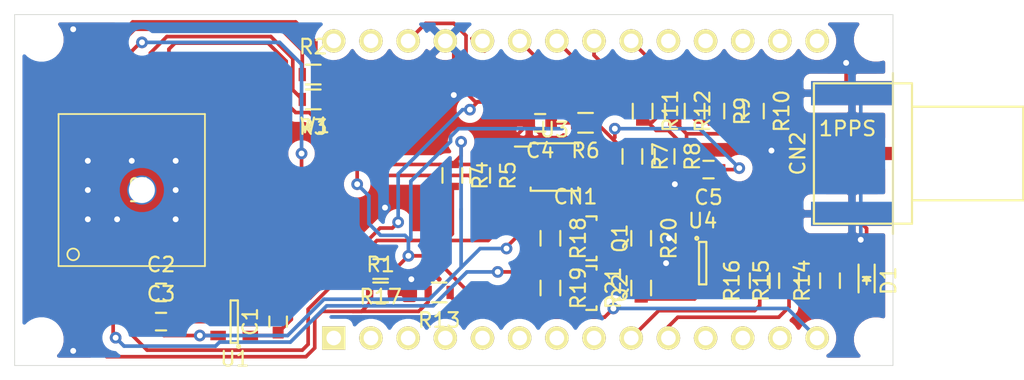
<source format=kicad_pcb>
(kicad_pcb (version 20171130) (host pcbnew 5.1.7-a382d34a8~87~ubuntu18.04.1)

  (general
    (thickness 1.6)
    (drawings 5)
    (tracks 375)
    (zones 0)
    (modules 36)
    (nets 27)
  )

  (page A4)
  (layers
    (0 F.Cu signal)
    (31 B.Cu signal)
    (32 B.Adhes user)
    (33 F.Adhes user)
    (34 B.Paste user)
    (35 F.Paste user)
    (36 B.SilkS user)
    (37 F.SilkS user)
    (38 B.Mask user)
    (39 F.Mask user)
    (40 Dwgs.User user)
    (41 Cmts.User user)
    (42 Eco1.User user)
    (43 Eco2.User user)
    (44 Edge.Cuts user)
    (45 Margin user)
    (46 B.CrtYd user)
    (47 F.CrtYd user)
    (48 B.Fab user)
    (49 F.Fab user)
  )

  (setup
    (last_trace_width 0.25)
    (trace_clearance 0.2)
    (zone_clearance 0.508)
    (zone_45_only no)
    (trace_min 0.2)
    (via_size 0.8)
    (via_drill 0.4)
    (via_min_size 0.4)
    (via_min_drill 0.3)
    (uvia_size 0.3)
    (uvia_drill 0.1)
    (uvias_allowed no)
    (uvia_min_size 0.2)
    (uvia_min_drill 0.1)
    (edge_width 0.05)
    (segment_width 0.2)
    (pcb_text_width 0.3)
    (pcb_text_size 1.5 1.5)
    (mod_edge_width 0.12)
    (mod_text_size 1 1)
    (mod_text_width 0.15)
    (pad_size 1.524 1.524)
    (pad_drill 0.762)
    (pad_to_mask_clearance 0)
    (aux_axis_origin 0 0)
    (visible_elements FFFFFF7F)
    (pcbplotparams
      (layerselection 0x010fc_ffffffff)
      (usegerberextensions false)
      (usegerberattributes true)
      (usegerberadvancedattributes true)
      (creategerberjobfile true)
      (excludeedgelayer true)
      (linewidth 0.100000)
      (plotframeref false)
      (viasonmask false)
      (mode 1)
      (useauxorigin false)
      (hpglpennumber 1)
      (hpglpenspeed 20)
      (hpglpendiameter 15.000000)
      (psnegative false)
      (psa4output false)
      (plotreference true)
      (plotvalue true)
      (plotinvisibletext false)
      (padsonsilk false)
      (subtractmaskfromsilk false)
      (outputformat 1)
      (mirror false)
      (drillshape 1)
      (scaleselection 1)
      (outputdirectory ""))
  )

  (net 0 "")
  (net 1 +3V3)
  (net 2 GND)
  (net 3 +1V8)
  (net 4 /I2C_DAT)
  (net 5 /I2C_CLK)
  (net 6 /ON_OFF)
  (net 7 /RTS)
  (net 8 /CTS)
  (net 9 "Net-(C4-Pad1)")
  (net 10 /TX)
  (net 11 /RX)
  (net 12 /I2C_CLK_1V8)
  (net 13 /I2C_DAT_1V8)
  (net 14 /I2C_CLK_TX)
  (net 15 /I2C_DAT_RX)
  (net 16 /1PPS)
  (net 17 /WAKE_UP)
  (net 18 /ON_OFF_1V8)
  (net 19 /1PPS_R)
  (net 20 "Net-(D1-Pad2)")
  (net 21 /WAKE_UP_R)
  (net 22 /1PPS_1V8)
  (net 23 /WAKE_UP_1V8)
  (net 24 /RESET)
  (net 25 /1PPS_Q)
  (net 26 /WAKE_UP_Q)

  (net_class Default "This is the default net class."
    (clearance 0.2)
    (trace_width 0.25)
    (via_dia 0.8)
    (via_drill 0.4)
    (uvia_dia 0.3)
    (uvia_drill 0.1)
    (add_net +1V8)
    (add_net +3V3)
    (add_net /1PPS)
    (add_net /1PPS_1V8)
    (add_net /1PPS_Q)
    (add_net /1PPS_R)
    (add_net /CTS)
    (add_net /I2C_CLK)
    (add_net /I2C_CLK_1V8)
    (add_net /I2C_CLK_TX)
    (add_net /I2C_DAT)
    (add_net /I2C_DAT_1V8)
    (add_net /I2C_DAT_RX)
    (add_net /ON_OFF)
    (add_net /ON_OFF_1V8)
    (add_net /RESET)
    (add_net /RTS)
    (add_net /RX)
    (add_net /TX)
    (add_net /WAKE_UP)
    (add_net /WAKE_UP_1V8)
    (add_net /WAKE_UP_Q)
    (add_net /WAKE_UP_R)
    (add_net GND)
    (add_net "Net-(C4-Pad1)")
    (add_net "Net-(D1-Pad2)")
  )

  (module capacitors:C_0603 (layer F.Cu) (tedit 5415D631) (tstamp 5F8A3E75)
    (at 132 142 90)
    (descr "Capacitor SMD 0603, reflow soldering, AVX (see smccp.pdf)")
    (tags "capacitor 0603")
    (path /5F8A5117)
    (attr smd)
    (fp_text reference C1 (at 0 -1.9 90) (layer F.SilkS)
      (effects (font (size 1 1) (thickness 0.15)))
    )
    (fp_text value C_0603 (at 0 1.9 90) (layer F.Fab)
      (effects (font (size 1 1) (thickness 0.15)))
    )
    (fp_line (start -1.45 -0.75) (end 1.45 -0.75) (layer F.CrtYd) (width 0.05))
    (fp_line (start -1.45 0.75) (end 1.45 0.75) (layer F.CrtYd) (width 0.05))
    (fp_line (start -1.45 -0.75) (end -1.45 0.75) (layer F.CrtYd) (width 0.05))
    (fp_line (start 1.45 -0.75) (end 1.45 0.75) (layer F.CrtYd) (width 0.05))
    (fp_line (start -0.35 -0.6) (end 0.35 -0.6) (layer F.SilkS) (width 0.15))
    (fp_line (start 0.35 0.6) (end -0.35 0.6) (layer F.SilkS) (width 0.15))
    (pad 1 smd rect (at -0.75 0 90) (size 0.8 0.75) (layers F.Cu F.Paste F.Mask)
      (net 1 +3V3))
    (pad 2 smd rect (at 0.75 0 90) (size 0.8 0.75) (layers F.Cu F.Paste F.Mask)
      (net 2 GND))
    (model capacitors.3dshapes/C_0603.wrl
      (at (xyz 0 0 0))
      (scale (xyz 1 1 1))
      (rotate (xyz 0 0 0))
    )
  )

  (module capacitors:C_0603 (layer F.Cu) (tedit 5415D631) (tstamp 5F8A3E81)
    (at 124 140)
    (descr "Capacitor SMD 0603, reflow soldering, AVX (see smccp.pdf)")
    (tags "capacitor 0603")
    (path /5F8A6BA6)
    (attr smd)
    (fp_text reference C2 (at 0 -1.9) (layer F.SilkS)
      (effects (font (size 1 1) (thickness 0.15)))
    )
    (fp_text value C_0603 (at 0 1.9) (layer F.Fab)
      (effects (font (size 1 1) (thickness 0.15)))
    )
    (fp_line (start 0.35 0.6) (end -0.35 0.6) (layer F.SilkS) (width 0.15))
    (fp_line (start -0.35 -0.6) (end 0.35 -0.6) (layer F.SilkS) (width 0.15))
    (fp_line (start 1.45 -0.75) (end 1.45 0.75) (layer F.CrtYd) (width 0.05))
    (fp_line (start -1.45 -0.75) (end -1.45 0.75) (layer F.CrtYd) (width 0.05))
    (fp_line (start -1.45 0.75) (end 1.45 0.75) (layer F.CrtYd) (width 0.05))
    (fp_line (start -1.45 -0.75) (end 1.45 -0.75) (layer F.CrtYd) (width 0.05))
    (pad 2 smd rect (at 0.75 0) (size 0.8 0.75) (layers F.Cu F.Paste F.Mask)
      (net 2 GND))
    (pad 1 smd rect (at -0.75 0) (size 0.8 0.75) (layers F.Cu F.Paste F.Mask)
      (net 3 +1V8))
    (model capacitors.3dshapes/C_0603.wrl
      (at (xyz 0 0 0))
      (scale (xyz 1 1 1))
      (rotate (xyz 0 0 0))
    )
  )

  (module capacitors:C_0603 (layer F.Cu) (tedit 5415D631) (tstamp 5F8A3E8D)
    (at 124 142)
    (descr "Capacitor SMD 0603, reflow soldering, AVX (see smccp.pdf)")
    (tags "capacitor 0603")
    (path /5F8AB597)
    (attr smd)
    (fp_text reference C3 (at 0 -1.9) (layer F.SilkS)
      (effects (font (size 1 1) (thickness 0.15)))
    )
    (fp_text value C_0603 (at 0 1.9) (layer F.Fab)
      (effects (font (size 1 1) (thickness 0.15)))
    )
    (fp_line (start -1.45 -0.75) (end 1.45 -0.75) (layer F.CrtYd) (width 0.05))
    (fp_line (start -1.45 0.75) (end 1.45 0.75) (layer F.CrtYd) (width 0.05))
    (fp_line (start -1.45 -0.75) (end -1.45 0.75) (layer F.CrtYd) (width 0.05))
    (fp_line (start 1.45 -0.75) (end 1.45 0.75) (layer F.CrtYd) (width 0.05))
    (fp_line (start -0.35 -0.6) (end 0.35 -0.6) (layer F.SilkS) (width 0.15))
    (fp_line (start 0.35 0.6) (end -0.35 0.6) (layer F.SilkS) (width 0.15))
    (pad 1 smd rect (at -0.75 0) (size 0.8 0.75) (layers F.Cu F.Paste F.Mask)
      (net 3 +1V8))
    (pad 2 smd rect (at 0.75 0) (size 0.8 0.75) (layers F.Cu F.Paste F.Mask)
      (net 2 GND))
    (model capacitors.3dshapes/C_0603.wrl
      (at (xyz 0 0 0))
      (scale (xyz 1 1 1))
      (rotate (xyz 0 0 0))
    )
  )

  (module resistors:R_0603 (layer F.Cu) (tedit 5415CC62) (tstamp 5F8A3EB9)
    (at 139 140)
    (descr "Resistor SMD 0603, reflow soldering, Vishay (see dcrcw.pdf)")
    (tags "resistor 0603")
    (path /5F8B1884)
    (attr smd)
    (fp_text reference R1 (at 0 -1.9) (layer F.SilkS)
      (effects (font (size 1 1) (thickness 0.15)))
    )
    (fp_text value 10k (at 0 1.9) (layer F.Fab)
      (effects (font (size 1 1) (thickness 0.15)))
    )
    (fp_line (start -1.3 -0.8) (end 1.3 -0.8) (layer F.CrtYd) (width 0.05))
    (fp_line (start -1.3 0.8) (end 1.3 0.8) (layer F.CrtYd) (width 0.05))
    (fp_line (start -1.3 -0.8) (end -1.3 0.8) (layer F.CrtYd) (width 0.05))
    (fp_line (start 1.3 -0.8) (end 1.3 0.8) (layer F.CrtYd) (width 0.05))
    (fp_line (start 0.5 0.675) (end -0.5 0.675) (layer F.SilkS) (width 0.15))
    (fp_line (start -0.5 -0.675) (end 0.5 -0.675) (layer F.SilkS) (width 0.15))
    (pad 1 smd rect (at -0.75 0) (size 0.5 0.9) (layers F.Cu F.Paste F.Mask)
      (net 18 /ON_OFF_1V8))
    (pad 2 smd rect (at 0.75 0) (size 0.5 0.9) (layers F.Cu F.Paste F.Mask)
      (net 2 GND))
    (model resistors.3dshapes/R_0603.wrl
      (at (xyz 0 0 0))
      (scale (xyz 1 1 1))
      (rotate (xyz 0 0 0))
    )
  )

  (module resistors:R_0603 (layer F.Cu) (tedit 5415CC62) (tstamp 5F8A3EC5)
    (at 134.4 125.1)
    (descr "Resistor SMD 0603, reflow soldering, Vishay (see dcrcw.pdf)")
    (tags "resistor 0603")
    (path /5F8B513D)
    (attr smd)
    (fp_text reference R2 (at 0 -1.9) (layer F.SilkS)
      (effects (font (size 1 1) (thickness 0.15)))
    )
    (fp_text value 10k (at 0 1.9) (layer F.Fab)
      (effects (font (size 1 1) (thickness 0.15)))
    )
    (fp_line (start -0.5 -0.675) (end 0.5 -0.675) (layer F.SilkS) (width 0.15))
    (fp_line (start 0.5 0.675) (end -0.5 0.675) (layer F.SilkS) (width 0.15))
    (fp_line (start 1.3 -0.8) (end 1.3 0.8) (layer F.CrtYd) (width 0.05))
    (fp_line (start -1.3 -0.8) (end -1.3 0.8) (layer F.CrtYd) (width 0.05))
    (fp_line (start -1.3 0.8) (end 1.3 0.8) (layer F.CrtYd) (width 0.05))
    (fp_line (start -1.3 -0.8) (end 1.3 -0.8) (layer F.CrtYd) (width 0.05))
    (pad 2 smd rect (at 0.75 0) (size 0.5 0.9) (layers F.Cu F.Paste F.Mask)
      (net 2 GND))
    (pad 1 smd rect (at -0.75 0) (size 0.5 0.9) (layers F.Cu F.Paste F.Mask)
      (net 7 /RTS))
    (model resistors.3dshapes/R_0603.wrl
      (at (xyz 0 0 0))
      (scale (xyz 1 1 1))
      (rotate (xyz 0 0 0))
    )
  )

  (module resistors:R_0603 (layer F.Cu) (tedit 5415CC62) (tstamp 5F8A3ED1)
    (at 134.4 126.8 180)
    (descr "Resistor SMD 0603, reflow soldering, Vishay (see dcrcw.pdf)")
    (tags "resistor 0603")
    (path /5F8B7CDB)
    (attr smd)
    (fp_text reference R3 (at 0 -1.9) (layer F.SilkS)
      (effects (font (size 1 1) (thickness 0.15)))
    )
    (fp_text value 10k (at 0 1.9) (layer F.Fab)
      (effects (font (size 1 1) (thickness 0.15)))
    )
    (fp_line (start -1.3 -0.8) (end 1.3 -0.8) (layer F.CrtYd) (width 0.05))
    (fp_line (start -1.3 0.8) (end 1.3 0.8) (layer F.CrtYd) (width 0.05))
    (fp_line (start -1.3 -0.8) (end -1.3 0.8) (layer F.CrtYd) (width 0.05))
    (fp_line (start 1.3 -0.8) (end 1.3 0.8) (layer F.CrtYd) (width 0.05))
    (fp_line (start 0.5 0.675) (end -0.5 0.675) (layer F.SilkS) (width 0.15))
    (fp_line (start -0.5 -0.675) (end 0.5 -0.675) (layer F.SilkS) (width 0.15))
    (pad 1 smd rect (at -0.75 0 180) (size 0.5 0.9) (layers F.Cu F.Paste F.Mask)
      (net 3 +1V8))
    (pad 2 smd rect (at 0.75 0 180) (size 0.5 0.9) (layers F.Cu F.Paste F.Mask)
      (net 8 /CTS))
    (model resistors.3dshapes/R_0603.wrl
      (at (xyz 0 0 0))
      (scale (xyz 1 1 1))
      (rotate (xyz 0 0 0))
    )
  )

  (module SOT_TO:SOT-23-5 (layer F.Cu) (tedit 55360473) (tstamp 5F8A3EE3)
    (at 129 142 180)
    (descr "5-pin SOT23 package")
    (tags SOT-23-5)
    (path /5F8A34DE)
    (attr smd)
    (fp_text reference U1 (at -0.05 -2.55) (layer F.SilkS)
      (effects (font (size 1 1) (thickness 0.15)))
    )
    (fp_text value TPS736XX (at -0.05 2.35) (layer F.Fab)
      (effects (font (size 1 1) (thickness 0.15)))
    )
    (fp_line (start -1.8 -1.6) (end 1.8 -1.6) (layer F.CrtYd) (width 0.05))
    (fp_line (start 1.8 -1.6) (end 1.8 1.6) (layer F.CrtYd) (width 0.05))
    (fp_line (start 1.8 1.6) (end -1.8 1.6) (layer F.CrtYd) (width 0.05))
    (fp_line (start -1.8 1.6) (end -1.8 -1.6) (layer F.CrtYd) (width 0.05))
    (fp_circle (center -0.3 -1.7) (end -0.2 -1.7) (layer F.SilkS) (width 0.15))
    (fp_line (start 0.25 -1.45) (end -0.25 -1.45) (layer F.SilkS) (width 0.15))
    (fp_line (start 0.25 1.45) (end 0.25 -1.45) (layer F.SilkS) (width 0.15))
    (fp_line (start -0.25 1.45) (end 0.25 1.45) (layer F.SilkS) (width 0.15))
    (fp_line (start -0.25 -1.45) (end -0.25 1.45) (layer F.SilkS) (width 0.15))
    (pad 1 smd rect (at -1.1 -0.95 180) (size 1.06 0.65) (layers F.Cu F.Paste F.Mask)
      (net 1 +3V3))
    (pad 2 smd rect (at -1.1 0 180) (size 1.06 0.65) (layers F.Cu F.Paste F.Mask)
      (net 2 GND))
    (pad 3 smd rect (at -1.1 0.95 180) (size 1.06 0.65) (layers F.Cu F.Paste F.Mask)
      (net 1 +3V3))
    (pad 4 smd rect (at 1.1 0.95 180) (size 1.06 0.65) (layers F.Cu F.Paste F.Mask))
    (pad 5 smd rect (at 1.1 -0.95 180) (size 1.06 0.65) (layers F.Cu F.Paste F.Mask)
      (net 3 +1V8))
    (model TO_SOT_Packages_SMD.3dshapes/SOT-23-5.wrl
      (at (xyz 0 0 0))
      (scale (xyz 1 1 1))
      (rotate (xyz 0 0 0))
    )
  )

  (module RF_GPS:wuerth_WIRL-POSI_Elara-I (layer F.Cu) (tedit 5F8A23D1) (tstamp 5F8A3EF8)
    (at 122 133 90)
    (descr "Würth WIRL-POSI Elara-I module, a compact GNSS module with integrated antenna")
    (tags "Würth WIRL-POSI Elara-I module, a compact GNSS module with integrated antenna")
    (path /5F8A3009)
    (fp_text reference U2 (at 0 0.5 90) (layer F.SilkS)
      (effects (font (size 1 1) (thickness 0.15)))
    )
    (fp_text value WIRL-POSI_Elara-I (at 0 -0.5 90) (layer F.Fab)
      (effects (font (size 1 1) (thickness 0.15)))
    )
    (fp_line (start -5.2 -5) (end 5.2 -5) (layer F.SilkS) (width 0.12))
    (fp_line (start 5.2 -5) (end 5.2 5) (layer F.SilkS) (width 0.12))
    (fp_line (start 5.2 5) (end -5.2 5) (layer F.SilkS) (width 0.12))
    (fp_line (start -5.2 5) (end -5.2 -5) (layer F.SilkS) (width 0.12))
    (fp_circle (center -4.4 -4) (end -4 -4) (layer F.SilkS) (width 0.12))
    (pad 1 smd rect (at -4.362 -2.54 90) (size 1.676 0.864) (layers F.Cu F.Paste F.Mask)
      (net 18 /ON_OFF_1V8))
    (pad 2 smd rect (at -4.489 -1.27 90) (size 1.422 0.864) (layers F.Cu F.Paste F.Mask)
      (net 22 /1PPS_1V8))
    (pad 3 smd rect (at -4.489 0 90) (size 1.422 0.864) (layers F.Cu F.Paste F.Mask)
      (net 12 /I2C_CLK_1V8))
    (pad 4 smd rect (at -4.489 1.27 90) (size 1.422 0.864) (layers F.Cu F.Paste F.Mask)
      (net 3 +1V8))
    (pad 5 smd rect (at -4.489 2.54 90) (size 1.422 0.864) (layers F.Cu F.Paste F.Mask)
      (net 2 GND))
    (pad 6 smd rect (at 4.489 2.54 90) (size 1.422 0.864) (layers F.Cu F.Paste F.Mask)
      (net 23 /WAKE_UP_1V8))
    (pad 7 smd rect (at 4.489 1.27 90) (size 1.422 0.864) (layers F.Cu F.Paste F.Mask)
      (net 8 /CTS))
    (pad 8 smd rect (at 4.489 0 90) (size 1.422 0.864) (layers F.Cu F.Paste F.Mask)
      (net 24 /RESET))
    (pad 9 smd rect (at 4.489 -1.27 90) (size 1.422 0.864) (layers F.Cu F.Paste F.Mask)
      (net 7 /RTS))
    (pad 10 smd rect (at 4.489 -2.54 90) (size 1.422 0.864) (layers F.Cu F.Paste F.Mask)
      (net 13 /I2C_DAT_1V8))
    (pad 5 smd rect (at 0 0 90) (size 6.35 8.89) (layers F.Cu F.Paste F.Mask)
      (net 2 GND))
    (pad 11 thru_hole circle (at 0 0.69 90) (size 2 2) (drill 1.78) (layers *.Cu *.Mask))
    (model ${KISYS3DMOD}/RF_GPS/2613011037000_STP_2613011037000_rev1.stp
      (at (xyz 0 0 0))
      (scale (xyz 1 1 1))
      (rotate (xyz 0 0 180))
    )
  )

  (module MODULE_compute:ARDUINO_MKR_HOLES locked (layer F.Cu) (tedit 5DACE6A9) (tstamp 5FACA67A)
    (at 152.31 132.96)
    (path /5F8A43BE)
    (fp_text reference CN1 (at 0 0.5) (layer F.SilkS)
      (effects (font (size 1 1) (thickness 0.15)))
    )
    (fp_text value ARDUINO_MKR (at 0 -0.5) (layer F.Fab)
      (effects (font (size 1 1) (thickness 0.15)))
    )
    (pad 28 thru_hole circle (at -16.51 -10.16) (size 1.6 1.6) (drill 1) (layers *.Cu *.Mask F.SilkS))
    (pad 27 thru_hole circle (at -13.97 -10.16) (size 1.6 1.6) (drill 1) (layers *.Cu *.Mask F.SilkS))
    (pad 26 thru_hole circle (at -11.43 -10.16) (size 1.6 1.6) (drill 1) (layers *.Cu *.Mask F.SilkS)
      (net 1 +3V3))
    (pad 25 thru_hole circle (at -8.89 -10.16) (size 1.6 1.6) (drill 1) (layers *.Cu *.Mask F.SilkS)
      (net 2 GND))
    (pad 24 thru_hole circle (at -6.35 -10.16) (size 1.6 1.6) (drill 1) (layers *.Cu *.Mask F.SilkS))
    (pad 23 thru_hole circle (at -3.81 -10.16) (size 1.6 1.6) (drill 1) (layers *.Cu *.Mask F.SilkS)
      (net 10 /TX))
    (pad 22 thru_hole circle (at -1.27 -10.16) (size 1.6 1.6) (drill 1) (layers *.Cu *.Mask F.SilkS)
      (net 11 /RX))
    (pad 21 thru_hole circle (at 1.27 -10.16) (size 1.6 1.6) (drill 1) (layers *.Cu *.Mask F.SilkS)
      (net 5 /I2C_CLK))
    (pad 20 thru_hole circle (at 3.81 -10.16) (size 1.6 1.6) (drill 1) (layers *.Cu *.Mask F.SilkS)
      (net 4 /I2C_DAT))
    (pad 19 thru_hole circle (at 6.35 -10.16) (size 1.6 1.6) (drill 1) (layers *.Cu *.Mask F.SilkS))
    (pad 18 thru_hole circle (at 8.89 -10.16) (size 1.6 1.6) (drill 1) (layers *.Cu *.Mask F.SilkS))
    (pad 17 thru_hole circle (at 11.43 -10.16) (size 1.6 1.6) (drill 1) (layers *.Cu *.Mask F.SilkS))
    (pad 16 thru_hole circle (at 13.97 -10.16) (size 1.6 1.6) (drill 1) (layers *.Cu *.Mask F.SilkS))
    (pad 15 thru_hole circle (at 16.51 -10.16) (size 1.6 1.6) (drill 1) (layers *.Cu *.Mask F.SilkS))
    (pad 14 thru_hole circle (at 16.51 10.16) (size 1.6 1.6) (drill 1) (layers *.Cu *.Mask F.SilkS)
      (net 6 /ON_OFF))
    (pad 13 thru_hole circle (at 13.97 10.16) (size 1.6 1.6) (drill 1) (layers *.Cu *.Mask F.SilkS))
    (pad 12 thru_hole circle (at 11.43 10.16) (size 1.6 1.6) (drill 1) (layers *.Cu *.Mask F.SilkS))
    (pad 11 thru_hole circle (at 8.89 10.16) (size 1.6 1.6) (drill 1) (layers *.Cu *.Mask F.SilkS))
    (pad 10 thru_hole circle (at 6.35 10.16) (size 1.6 1.6) (drill 1) (layers *.Cu *.Mask F.SilkS)
      (net 16 /1PPS))
    (pad 9 thru_hole circle (at 3.81 10.16) (size 1.6 1.6) (drill 1) (layers *.Cu *.Mask F.SilkS)
      (net 17 /WAKE_UP))
    (pad 8 thru_hole circle (at 1.27 10.16) (size 1.6 1.6) (drill 1) (layers *.Cu *.Mask F.SilkS))
    (pad 7 thru_hole circle (at -1.27 10.16) (size 1.6 1.6) (drill 1) (layers *.Cu *.Mask F.SilkS))
    (pad 6 thru_hole circle (at -3.81 10.16) (size 1.6 1.6) (drill 1) (layers *.Cu *.Mask F.SilkS))
    (pad 5 thru_hole circle (at -6.35 10.16) (size 1.6 1.6) (drill 1) (layers *.Cu *.Mask F.SilkS))
    (pad 4 thru_hole circle (at -8.89 10.16) (size 1.6 1.6) (drill 1) (layers *.Cu *.Mask F.SilkS))
    (pad 3 thru_hole circle (at -11.43 10.16) (size 1.6 1.6) (drill 1) (layers *.Cu *.Mask F.SilkS))
    (pad 2 thru_hole circle (at -13.97 10.16) (size 1.6 1.6) (drill 1) (layers *.Cu *.Mask F.SilkS))
    (pad 1 thru_hole rect (at -16.51 10.16) (size 1.6 1.6) (drill 1) (layers *.Cu *.Mask F.SilkS))
    (pad "" np_thru_hole circle (at 20.53 10.25) (size 2 2) (drill 2) (layers *.Cu *.Mask))
    (pad "" np_thru_hole circle (at 20.53 -10.25) (size 2 2) (drill 2) (layers *.Cu *.Mask))
    (pad "" np_thru_hole circle (at -36.47 10.25) (size 2 2) (drill 2) (layers *.Cu *.Mask))
    (pad "" np_thru_hole circle (at -36.47 -10.25) (size 2 2) (drill 2) (layers *.Cu *.Mask))
  )

  (module capacitors:C_0603 (layer F.Cu) (tedit 5415D631) (tstamp 5FACABEE)
    (at 149.9 128.4 180)
    (descr "Capacitor SMD 0603, reflow soldering, AVX (see smccp.pdf)")
    (tags "capacitor 0603")
    (path /5FAD62F9)
    (attr smd)
    (fp_text reference C4 (at 0 -1.9) (layer F.SilkS)
      (effects (font (size 1 1) (thickness 0.15)))
    )
    (fp_text value 100pF (at 0 1.9) (layer F.Fab)
      (effects (font (size 1 1) (thickness 0.15)))
    )
    (fp_line (start 0.35 0.6) (end -0.35 0.6) (layer F.SilkS) (width 0.15))
    (fp_line (start -0.35 -0.6) (end 0.35 -0.6) (layer F.SilkS) (width 0.15))
    (fp_line (start 1.45 -0.75) (end 1.45 0.75) (layer F.CrtYd) (width 0.05))
    (fp_line (start -1.45 -0.75) (end -1.45 0.75) (layer F.CrtYd) (width 0.05))
    (fp_line (start -1.45 0.75) (end 1.45 0.75) (layer F.CrtYd) (width 0.05))
    (fp_line (start -1.45 -0.75) (end 1.45 -0.75) (layer F.CrtYd) (width 0.05))
    (pad 1 smd rect (at -0.75 0 180) (size 0.8 0.75) (layers F.Cu F.Paste F.Mask)
      (net 9 "Net-(C4-Pad1)"))
    (pad 2 smd rect (at 0.75 0 180) (size 0.8 0.75) (layers F.Cu F.Paste F.Mask)
      (net 2 GND))
    (model capacitors.3dshapes/C_0603.wrl
      (at (xyz 0 0 0))
      (scale (xyz 1 1 1))
      (rotate (xyz 0 0 0))
    )
  )

  (module resistors:R_0603 (layer F.Cu) (tedit 5415CC62) (tstamp 5FACADFA)
    (at 143.9 132 270)
    (descr "Resistor SMD 0603, reflow soldering, Vishay (see dcrcw.pdf)")
    (tags "resistor 0603")
    (path /5FAE01AA)
    (attr smd)
    (fp_text reference R4 (at 0 -1.9 90) (layer F.SilkS)
      (effects (font (size 1 1) (thickness 0.15)))
    )
    (fp_text value DNI (at 0 1.9 90) (layer F.Fab)
      (effects (font (size 1 1) (thickness 0.15)))
    )
    (fp_line (start -1.3 -0.8) (end 1.3 -0.8) (layer F.CrtYd) (width 0.05))
    (fp_line (start -1.3 0.8) (end 1.3 0.8) (layer F.CrtYd) (width 0.05))
    (fp_line (start -1.3 -0.8) (end -1.3 0.8) (layer F.CrtYd) (width 0.05))
    (fp_line (start 1.3 -0.8) (end 1.3 0.8) (layer F.CrtYd) (width 0.05))
    (fp_line (start 0.5 0.675) (end -0.5 0.675) (layer F.SilkS) (width 0.15))
    (fp_line (start -0.5 -0.675) (end 0.5 -0.675) (layer F.SilkS) (width 0.15))
    (pad 2 smd rect (at 0.75 0 270) (size 0.5 0.9) (layers F.Cu F.Paste F.Mask)
      (net 12 /I2C_CLK_1V8))
    (pad 1 smd rect (at -0.75 0 270) (size 0.5 0.9) (layers F.Cu F.Paste F.Mask)
      (net 3 +1V8))
    (model resistors.3dshapes/R_0603.wrl
      (at (xyz 0 0 0))
      (scale (xyz 1 1 1))
      (rotate (xyz 0 0 0))
    )
  )

  (module resistors:R_0603 (layer F.Cu) (tedit 5415CC62) (tstamp 5FACACB4)
    (at 145.8 132 270)
    (descr "Resistor SMD 0603, reflow soldering, Vishay (see dcrcw.pdf)")
    (tags "resistor 0603")
    (path /5FADFCC1)
    (attr smd)
    (fp_text reference R5 (at 0 -1.9 90) (layer F.SilkS)
      (effects (font (size 1 1) (thickness 0.15)))
    )
    (fp_text value DNI (at 0 1.9 90) (layer F.Fab)
      (effects (font (size 1 1) (thickness 0.15)))
    )
    (fp_line (start -0.5 -0.675) (end 0.5 -0.675) (layer F.SilkS) (width 0.15))
    (fp_line (start 0.5 0.675) (end -0.5 0.675) (layer F.SilkS) (width 0.15))
    (fp_line (start 1.3 -0.8) (end 1.3 0.8) (layer F.CrtYd) (width 0.05))
    (fp_line (start -1.3 -0.8) (end -1.3 0.8) (layer F.CrtYd) (width 0.05))
    (fp_line (start -1.3 0.8) (end 1.3 0.8) (layer F.CrtYd) (width 0.05))
    (fp_line (start -1.3 -0.8) (end 1.3 -0.8) (layer F.CrtYd) (width 0.05))
    (pad 1 smd rect (at -0.75 0 270) (size 0.5 0.9) (layers F.Cu F.Paste F.Mask)
      (net 3 +1V8))
    (pad 2 smd rect (at 0.75 0 270) (size 0.5 0.9) (layers F.Cu F.Paste F.Mask)
      (net 13 /I2C_DAT_1V8))
    (model resistors.3dshapes/R_0603.wrl
      (at (xyz 0 0 0))
      (scale (xyz 1 1 1))
      (rotate (xyz 0 0 0))
    )
  )

  (module resistors:R_0603 (layer F.Cu) (tedit 5415CC62) (tstamp 5FACABAC)
    (at 153 128.4 180)
    (descr "Resistor SMD 0603, reflow soldering, Vishay (see dcrcw.pdf)")
    (tags "resistor 0603")
    (path /5FAD1F77)
    (attr smd)
    (fp_text reference R6 (at 0 -1.9) (layer F.SilkS)
      (effects (font (size 1 1) (thickness 0.15)))
    )
    (fp_text value 200k (at 0 1.9) (layer F.Fab)
      (effects (font (size 1 1) (thickness 0.15)))
    )
    (fp_line (start -0.5 -0.675) (end 0.5 -0.675) (layer F.SilkS) (width 0.15))
    (fp_line (start 0.5 0.675) (end -0.5 0.675) (layer F.SilkS) (width 0.15))
    (fp_line (start 1.3 -0.8) (end 1.3 0.8) (layer F.CrtYd) (width 0.05))
    (fp_line (start -1.3 -0.8) (end -1.3 0.8) (layer F.CrtYd) (width 0.05))
    (fp_line (start -1.3 0.8) (end 1.3 0.8) (layer F.CrtYd) (width 0.05))
    (fp_line (start -1.3 -0.8) (end 1.3 -0.8) (layer F.CrtYd) (width 0.05))
    (pad 1 smd rect (at -0.75 0 180) (size 0.5 0.9) (layers F.Cu F.Paste F.Mask)
      (net 1 +3V3))
    (pad 2 smd rect (at 0.75 0 180) (size 0.5 0.9) (layers F.Cu F.Paste F.Mask)
      (net 9 "Net-(C4-Pad1)"))
    (model resistors.3dshapes/R_0603.wrl
      (at (xyz 0 0 0))
      (scale (xyz 1 1 1))
      (rotate (xyz 0 0 0))
    )
  )

  (module resistors:R_0603 (layer F.Cu) (tedit 5415CC62) (tstamp 5FACAD17)
    (at 156.2 130.7 270)
    (descr "Resistor SMD 0603, reflow soldering, Vishay (see dcrcw.pdf)")
    (tags "resistor 0603")
    (path /5FAEA0D8)
    (attr smd)
    (fp_text reference R7 (at 0 -1.9 90) (layer F.SilkS)
      (effects (font (size 1 1) (thickness 0.15)))
    )
    (fp_text value 1k (at 0 1.9 90) (layer F.Fab)
      (effects (font (size 1 1) (thickness 0.15)))
    )
    (fp_line (start -0.5 -0.675) (end 0.5 -0.675) (layer F.SilkS) (width 0.15))
    (fp_line (start 0.5 0.675) (end -0.5 0.675) (layer F.SilkS) (width 0.15))
    (fp_line (start 1.3 -0.8) (end 1.3 0.8) (layer F.CrtYd) (width 0.05))
    (fp_line (start -1.3 -0.8) (end -1.3 0.8) (layer F.CrtYd) (width 0.05))
    (fp_line (start -1.3 0.8) (end 1.3 0.8) (layer F.CrtYd) (width 0.05))
    (fp_line (start -1.3 -0.8) (end 1.3 -0.8) (layer F.CrtYd) (width 0.05))
    (pad 1 smd rect (at -0.75 0 270) (size 0.5 0.9) (layers F.Cu F.Paste F.Mask)
      (net 1 +3V3))
    (pad 2 smd rect (at 0.75 0 270) (size 0.5 0.9) (layers F.Cu F.Paste F.Mask)
      (net 14 /I2C_CLK_TX))
    (model resistors.3dshapes/R_0603.wrl
      (at (xyz 0 0 0))
      (scale (xyz 1 1 1))
      (rotate (xyz 0 0 0))
    )
  )

  (module resistors:R_0603 (layer F.Cu) (tedit 5415CC62) (tstamp 5FACAC30)
    (at 158.4 130.7 270)
    (descr "Resistor SMD 0603, reflow soldering, Vishay (see dcrcw.pdf)")
    (tags "resistor 0603")
    (path /5FAEA8B9)
    (attr smd)
    (fp_text reference R8 (at 0 -1.9 90) (layer F.SilkS)
      (effects (font (size 1 1) (thickness 0.15)))
    )
    (fp_text value 1k (at 0 1.9 90) (layer F.Fab)
      (effects (font (size 1 1) (thickness 0.15)))
    )
    (fp_line (start -1.3 -0.8) (end 1.3 -0.8) (layer F.CrtYd) (width 0.05))
    (fp_line (start -1.3 0.8) (end 1.3 0.8) (layer F.CrtYd) (width 0.05))
    (fp_line (start -1.3 -0.8) (end -1.3 0.8) (layer F.CrtYd) (width 0.05))
    (fp_line (start 1.3 -0.8) (end 1.3 0.8) (layer F.CrtYd) (width 0.05))
    (fp_line (start 0.5 0.675) (end -0.5 0.675) (layer F.SilkS) (width 0.15))
    (fp_line (start -0.5 -0.675) (end 0.5 -0.675) (layer F.SilkS) (width 0.15))
    (pad 2 smd rect (at 0.75 0 270) (size 0.5 0.9) (layers F.Cu F.Paste F.Mask)
      (net 15 /I2C_DAT_RX))
    (pad 1 smd rect (at -0.75 0 270) (size 0.5 0.9) (layers F.Cu F.Paste F.Mask)
      (net 1 +3V3))
    (model resistors.3dshapes/R_0603.wrl
      (at (xyz 0 0 0))
      (scale (xyz 1 1 1))
      (rotate (xyz 0 0 0))
    )
  )

  (module resistors:R_0603 (layer F.Cu) (tedit 5415CC62) (tstamp 5FACAC51)
    (at 161.8 127.6 270)
    (descr "Resistor SMD 0603, reflow soldering, Vishay (see dcrcw.pdf)")
    (tags "resistor 0603")
    (path /5FAEB6DE)
    (attr smd)
    (fp_text reference R9 (at 0 -1.9 90) (layer F.SilkS)
      (effects (font (size 1 1) (thickness 0.15)))
    )
    (fp_text value 0R (at 0 1.9 90) (layer F.Fab)
      (effects (font (size 1 1) (thickness 0.15)))
    )
    (fp_line (start -0.5 -0.675) (end 0.5 -0.675) (layer F.SilkS) (width 0.15))
    (fp_line (start 0.5 0.675) (end -0.5 0.675) (layer F.SilkS) (width 0.15))
    (fp_line (start 1.3 -0.8) (end 1.3 0.8) (layer F.CrtYd) (width 0.05))
    (fp_line (start -1.3 -0.8) (end -1.3 0.8) (layer F.CrtYd) (width 0.05))
    (fp_line (start -1.3 0.8) (end 1.3 0.8) (layer F.CrtYd) (width 0.05))
    (fp_line (start -1.3 -0.8) (end 1.3 -0.8) (layer F.CrtYd) (width 0.05))
    (pad 1 smd rect (at -0.75 0 270) (size 0.5 0.9) (layers F.Cu F.Paste F.Mask)
      (net 5 /I2C_CLK))
    (pad 2 smd rect (at 0.75 0 270) (size 0.5 0.9) (layers F.Cu F.Paste F.Mask)
      (net 14 /I2C_CLK_TX))
    (model resistors.3dshapes/R_0603.wrl
      (at (xyz 0 0 0))
      (scale (xyz 1 1 1))
      (rotate (xyz 0 0 0))
    )
  )

  (module resistors:R_0603 (layer F.Cu) (tedit 5415CC62) (tstamp 5FACABCD)
    (at 164.5 127.6 270)
    (descr "Resistor SMD 0603, reflow soldering, Vishay (see dcrcw.pdf)")
    (tags "resistor 0603")
    (path /5FAECC7B)
    (attr smd)
    (fp_text reference R10 (at 0 -1.9 90) (layer F.SilkS)
      (effects (font (size 1 1) (thickness 0.15)))
    )
    (fp_text value 0R (at 0 1.9 90) (layer F.Fab)
      (effects (font (size 1 1) (thickness 0.15)))
    )
    (fp_line (start -1.3 -0.8) (end 1.3 -0.8) (layer F.CrtYd) (width 0.05))
    (fp_line (start -1.3 0.8) (end 1.3 0.8) (layer F.CrtYd) (width 0.05))
    (fp_line (start -1.3 -0.8) (end -1.3 0.8) (layer F.CrtYd) (width 0.05))
    (fp_line (start 1.3 -0.8) (end 1.3 0.8) (layer F.CrtYd) (width 0.05))
    (fp_line (start 0.5 0.675) (end -0.5 0.675) (layer F.SilkS) (width 0.15))
    (fp_line (start -0.5 -0.675) (end 0.5 -0.675) (layer F.SilkS) (width 0.15))
    (pad 2 smd rect (at 0.75 0 270) (size 0.5 0.9) (layers F.Cu F.Paste F.Mask)
      (net 15 /I2C_DAT_RX))
    (pad 1 smd rect (at -0.75 0 270) (size 0.5 0.9) (layers F.Cu F.Paste F.Mask)
      (net 4 /I2C_DAT))
    (model resistors.3dshapes/R_0603.wrl
      (at (xyz 0 0 0))
      (scale (xyz 1 1 1))
      (rotate (xyz 0 0 0))
    )
  )

  (module resistors:R_0603 (layer F.Cu) (tedit 5415CC62) (tstamp 5FACAC0F)
    (at 156.9 127.6 270)
    (descr "Resistor SMD 0603, reflow soldering, Vishay (see dcrcw.pdf)")
    (tags "resistor 0603")
    (path /5FAED07A)
    (attr smd)
    (fp_text reference R11 (at 0 -1.9 90) (layer F.SilkS)
      (effects (font (size 1 1) (thickness 0.15)))
    )
    (fp_text value 0R (at 0 1.9 90) (layer F.Fab)
      (effects (font (size 1 1) (thickness 0.15)))
    )
    (fp_line (start -0.5 -0.675) (end 0.5 -0.675) (layer F.SilkS) (width 0.15))
    (fp_line (start 0.5 0.675) (end -0.5 0.675) (layer F.SilkS) (width 0.15))
    (fp_line (start 1.3 -0.8) (end 1.3 0.8) (layer F.CrtYd) (width 0.05))
    (fp_line (start -1.3 -0.8) (end -1.3 0.8) (layer F.CrtYd) (width 0.05))
    (fp_line (start -1.3 0.8) (end 1.3 0.8) (layer F.CrtYd) (width 0.05))
    (fp_line (start -1.3 -0.8) (end 1.3 -0.8) (layer F.CrtYd) (width 0.05))
    (pad 1 smd rect (at -0.75 0 270) (size 0.5 0.9) (layers F.Cu F.Paste F.Mask)
      (net 10 /TX))
    (pad 2 smd rect (at 0.75 0 270) (size 0.5 0.9) (layers F.Cu F.Paste F.Mask)
      (net 14 /I2C_CLK_TX))
    (model resistors.3dshapes/R_0603.wrl
      (at (xyz 0 0 0))
      (scale (xyz 1 1 1))
      (rotate (xyz 0 0 0))
    )
  )

  (module resistors:R_0603 (layer F.Cu) (tedit 5415CC62) (tstamp 5FACAC72)
    (at 159.1 127.6 270)
    (descr "Resistor SMD 0603, reflow soldering, Vishay (see dcrcw.pdf)")
    (tags "resistor 0603")
    (path /5FAED78A)
    (attr smd)
    (fp_text reference R12 (at 0 -1.9 90) (layer F.SilkS)
      (effects (font (size 1 1) (thickness 0.15)))
    )
    (fp_text value 0R (at 0 1.9 90) (layer F.Fab)
      (effects (font (size 1 1) (thickness 0.15)))
    )
    (fp_line (start -1.3 -0.8) (end 1.3 -0.8) (layer F.CrtYd) (width 0.05))
    (fp_line (start -1.3 0.8) (end 1.3 0.8) (layer F.CrtYd) (width 0.05))
    (fp_line (start -1.3 -0.8) (end -1.3 0.8) (layer F.CrtYd) (width 0.05))
    (fp_line (start 1.3 -0.8) (end 1.3 0.8) (layer F.CrtYd) (width 0.05))
    (fp_line (start 0.5 0.675) (end -0.5 0.675) (layer F.SilkS) (width 0.15))
    (fp_line (start -0.5 -0.675) (end 0.5 -0.675) (layer F.SilkS) (width 0.15))
    (pad 2 smd rect (at 0.75 0 270) (size 0.5 0.9) (layers F.Cu F.Paste F.Mask)
      (net 15 /I2C_DAT_RX))
    (pad 1 smd rect (at -0.75 0 270) (size 0.5 0.9) (layers F.Cu F.Paste F.Mask)
      (net 11 /RX))
    (model resistors.3dshapes/R_0603.wrl
      (at (xyz 0 0 0))
      (scale (xyz 1 1 1))
      (rotate (xyz 0 0 0))
    )
  )

  (module SSOP:TSSOP-8_3x3mm_Pitch0.65mm (layer F.Cu) (tedit 54130A77) (tstamp 5FACACE0)
    (at 150.875001 131.425001)
    (descr "TSSOP8: plastic thin shrink small outline package; 8 leads; body width 3 mm; (see NXP SSOP-TSSOP-VSO-REFLOW.pdf and sot505-1_po.pdf)")
    (tags "SSOP 0.65")
    (path /5FACAF87)
    (attr smd)
    (fp_text reference U3 (at 0 -2.55) (layer F.SilkS)
      (effects (font (size 1 1) (thickness 0.15)))
    )
    (fp_text value PCA9306 (at 0 2.55) (layer F.Fab)
      (effects (font (size 1 1) (thickness 0.15)))
    )
    (fp_line (start -1.625 -1.4) (end -2.7 -1.4) (layer F.SilkS) (width 0.15))
    (fp_line (start -1.625 1.625) (end 1.625 1.625) (layer F.SilkS) (width 0.15))
    (fp_line (start -1.625 -1.625) (end 1.625 -1.625) (layer F.SilkS) (width 0.15))
    (fp_line (start -1.625 1.625) (end -1.625 1.4) (layer F.SilkS) (width 0.15))
    (fp_line (start 1.625 1.625) (end 1.625 1.4) (layer F.SilkS) (width 0.15))
    (fp_line (start 1.625 -1.625) (end 1.625 -1.4) (layer F.SilkS) (width 0.15))
    (fp_line (start -1.625 -1.625) (end -1.625 -1.4) (layer F.SilkS) (width 0.15))
    (fp_line (start -2.95 1.8) (end 2.95 1.8) (layer F.CrtYd) (width 0.05))
    (fp_line (start -2.95 -1.8) (end 2.95 -1.8) (layer F.CrtYd) (width 0.05))
    (fp_line (start 2.95 -1.8) (end 2.95 1.8) (layer F.CrtYd) (width 0.05))
    (fp_line (start -2.95 -1.8) (end -2.95 1.8) (layer F.CrtYd) (width 0.05))
    (pad 1 smd rect (at -2.15 -0.975) (size 1.1 0.4) (layers F.Cu F.Paste F.Mask)
      (net 2 GND))
    (pad 2 smd rect (at -2.15 -0.325) (size 1.1 0.4) (layers F.Cu F.Paste F.Mask)
      (net 3 +1V8))
    (pad 3 smd rect (at -2.15 0.325) (size 1.1 0.4) (layers F.Cu F.Paste F.Mask)
      (net 12 /I2C_CLK_1V8))
    (pad 4 smd rect (at -2.15 0.975) (size 1.1 0.4) (layers F.Cu F.Paste F.Mask)
      (net 13 /I2C_DAT_1V8))
    (pad 5 smd rect (at 2.15 0.975) (size 1.1 0.4) (layers F.Cu F.Paste F.Mask)
      (net 15 /I2C_DAT_RX))
    (pad 6 smd rect (at 2.15 0.325) (size 1.1 0.4) (layers F.Cu F.Paste F.Mask)
      (net 14 /I2C_CLK_TX))
    (pad 7 smd rect (at 2.15 -0.325) (size 1.1 0.4) (layers F.Cu F.Paste F.Mask)
      (net 9 "Net-(C4-Pad1)"))
    (pad 8 smd rect (at 2.15 -0.975) (size 1.1 0.4) (layers F.Cu F.Paste F.Mask)
      (net 9 "Net-(C4-Pad1)"))
    (model Housings_SSOP.3dshapes/TSSOP-8_3x3mm_Pitch0.65mm.wrl
      (at (xyz 0 0 0))
      (scale (xyz 1 1 1))
      (rotate (xyz 0 0 0))
    )
  )

  (module capacitors:C_0603 (layer F.Cu) (tedit 5415D631) (tstamp 5FB08EF2)
    (at 161.4 131.6 180)
    (descr "Capacitor SMD 0603, reflow soldering, AVX (see smccp.pdf)")
    (tags "capacitor 0603")
    (path /5FB2A07C)
    (attr smd)
    (fp_text reference C5 (at 0 -1.9) (layer F.SilkS)
      (effects (font (size 1 1) (thickness 0.15)))
    )
    (fp_text value C_0603 (at 0 1.9) (layer F.Fab)
      (effects (font (size 1 1) (thickness 0.15)))
    )
    (fp_line (start -1.45 -0.75) (end 1.45 -0.75) (layer F.CrtYd) (width 0.05))
    (fp_line (start -1.45 0.75) (end 1.45 0.75) (layer F.CrtYd) (width 0.05))
    (fp_line (start -1.45 -0.75) (end -1.45 0.75) (layer F.CrtYd) (width 0.05))
    (fp_line (start 1.45 -0.75) (end 1.45 0.75) (layer F.CrtYd) (width 0.05))
    (fp_line (start -0.35 -0.6) (end 0.35 -0.6) (layer F.SilkS) (width 0.15))
    (fp_line (start 0.35 0.6) (end -0.35 0.6) (layer F.SilkS) (width 0.15))
    (pad 1 smd rect (at -0.75 0 180) (size 0.8 0.75) (layers F.Cu F.Paste F.Mask)
      (net 1 +3V3))
    (pad 2 smd rect (at 0.75 0 180) (size 0.8 0.75) (layers F.Cu F.Paste F.Mask)
      (net 2 GND))
    (model capacitors.3dshapes/C_0603.wrl
      (at (xyz 0 0 0))
      (scale (xyz 1 1 1))
      (rotate (xyz 0 0 0))
    )
  )

  (module resistors:R_0603 (layer F.Cu) (tedit 5415CC62) (tstamp 5FB08EFE)
    (at 143 140 180)
    (descr "Resistor SMD 0603, reflow soldering, Vishay (see dcrcw.pdf)")
    (tags "resistor 0603")
    (path /5FB40DA9)
    (attr smd)
    (fp_text reference R13 (at 0 -1.9) (layer F.SilkS)
      (effects (font (size 1 1) (thickness 0.15)))
    )
    (fp_text value 10k (at 0 1.9) (layer F.Fab)
      (effects (font (size 1 1) (thickness 0.15)))
    )
    (fp_line (start -1.3 -0.8) (end 1.3 -0.8) (layer F.CrtYd) (width 0.05))
    (fp_line (start -1.3 0.8) (end 1.3 0.8) (layer F.CrtYd) (width 0.05))
    (fp_line (start -1.3 -0.8) (end -1.3 0.8) (layer F.CrtYd) (width 0.05))
    (fp_line (start 1.3 -0.8) (end 1.3 0.8) (layer F.CrtYd) (width 0.05))
    (fp_line (start 0.5 0.675) (end -0.5 0.675) (layer F.SilkS) (width 0.15))
    (fp_line (start -0.5 -0.675) (end 0.5 -0.675) (layer F.SilkS) (width 0.15))
    (pad 1 smd rect (at -0.75 0 180) (size 0.5 0.9) (layers F.Cu F.Paste F.Mask)
      (net 6 /ON_OFF))
    (pad 2 smd rect (at 0.75 0 180) (size 0.5 0.9) (layers F.Cu F.Paste F.Mask)
      (net 18 /ON_OFF_1V8))
    (model resistors.3dshapes/R_0603.wrl
      (at (xyz 0 0 0))
      (scale (xyz 1 1 1))
      (rotate (xyz 0 0 0))
    )
  )

  (module resistors:R_0603 (layer F.Cu) (tedit 5415CC62) (tstamp 5FB08F0A)
    (at 169.7 139.2 90)
    (descr "Resistor SMD 0603, reflow soldering, Vishay (see dcrcw.pdf)")
    (tags "resistor 0603")
    (path /5FB4D7DB)
    (attr smd)
    (fp_text reference R14 (at 0 -1.9 90) (layer F.SilkS)
      (effects (font (size 1 1) (thickness 0.15)))
    )
    (fp_text value 1k (at 0 1.9 90) (layer F.Fab)
      (effects (font (size 1 1) (thickness 0.15)))
    )
    (fp_line (start -0.5 -0.675) (end 0.5 -0.675) (layer F.SilkS) (width 0.15))
    (fp_line (start 0.5 0.675) (end -0.5 0.675) (layer F.SilkS) (width 0.15))
    (fp_line (start 1.3 -0.8) (end 1.3 0.8) (layer F.CrtYd) (width 0.05))
    (fp_line (start -1.3 -0.8) (end -1.3 0.8) (layer F.CrtYd) (width 0.05))
    (fp_line (start -1.3 0.8) (end 1.3 0.8) (layer F.CrtYd) (width 0.05))
    (fp_line (start -1.3 -0.8) (end 1.3 -0.8) (layer F.CrtYd) (width 0.05))
    (pad 2 smd rect (at 0.75 0 90) (size 0.5 0.9) (layers F.Cu F.Paste F.Mask)
      (net 19 /1PPS_R))
    (pad 1 smd rect (at -0.75 0 90) (size 0.5 0.9) (layers F.Cu F.Paste F.Mask)
      (net 20 "Net-(D1-Pad2)"))
    (model resistors.3dshapes/R_0603.wrl
      (at (xyz 0 0 0))
      (scale (xyz 1 1 1))
      (rotate (xyz 0 0 0))
    )
  )

  (module resistors:R_0603 (layer F.Cu) (tedit 5415CC62) (tstamp 5FB08F16)
    (at 166.9 139.2 90)
    (descr "Resistor SMD 0603, reflow soldering, Vishay (see dcrcw.pdf)")
    (tags "resistor 0603")
    (path /5FB3608D)
    (attr smd)
    (fp_text reference R15 (at 0 -1.9 90) (layer F.SilkS)
      (effects (font (size 1 1) (thickness 0.15)))
    )
    (fp_text value 0R (at 0 1.9 90) (layer F.Fab)
      (effects (font (size 1 1) (thickness 0.15)))
    )
    (fp_line (start -0.5 -0.675) (end 0.5 -0.675) (layer F.SilkS) (width 0.15))
    (fp_line (start 0.5 0.675) (end -0.5 0.675) (layer F.SilkS) (width 0.15))
    (fp_line (start 1.3 -0.8) (end 1.3 0.8) (layer F.CrtYd) (width 0.05))
    (fp_line (start -1.3 -0.8) (end -1.3 0.8) (layer F.CrtYd) (width 0.05))
    (fp_line (start -1.3 0.8) (end 1.3 0.8) (layer F.CrtYd) (width 0.05))
    (fp_line (start -1.3 -0.8) (end 1.3 -0.8) (layer F.CrtYd) (width 0.05))
    (pad 2 smd rect (at 0.75 0 90) (size 0.5 0.9) (layers F.Cu F.Paste F.Mask)
      (net 19 /1PPS_R))
    (pad 1 smd rect (at -0.75 0 90) (size 0.5 0.9) (layers F.Cu F.Paste F.Mask)
      (net 16 /1PPS))
    (model resistors.3dshapes/R_0603.wrl
      (at (xyz 0 0 0))
      (scale (xyz 1 1 1))
      (rotate (xyz 0 0 0))
    )
  )

  (module resistors:R_0603 (layer F.Cu) (tedit 5415CC62) (tstamp 5FB08F22)
    (at 164.9 139.2 90)
    (descr "Resistor SMD 0603, reflow soldering, Vishay (see dcrcw.pdf)")
    (tags "resistor 0603")
    (path /5FB15A80)
    (attr smd)
    (fp_text reference R16 (at 0 -1.9 90) (layer F.SilkS)
      (effects (font (size 1 1) (thickness 0.15)))
    )
    (fp_text value 0R (at 0 1.9 90) (layer F.Fab)
      (effects (font (size 1 1) (thickness 0.15)))
    )
    (fp_line (start -1.3 -0.8) (end 1.3 -0.8) (layer F.CrtYd) (width 0.05))
    (fp_line (start -1.3 0.8) (end 1.3 0.8) (layer F.CrtYd) (width 0.05))
    (fp_line (start -1.3 -0.8) (end -1.3 0.8) (layer F.CrtYd) (width 0.05))
    (fp_line (start 1.3 -0.8) (end 1.3 0.8) (layer F.CrtYd) (width 0.05))
    (fp_line (start 0.5 0.675) (end -0.5 0.675) (layer F.SilkS) (width 0.15))
    (fp_line (start -0.5 -0.675) (end 0.5 -0.675) (layer F.SilkS) (width 0.15))
    (pad 1 smd rect (at -0.75 0 90) (size 0.5 0.9) (layers F.Cu F.Paste F.Mask)
      (net 17 /WAKE_UP))
    (pad 2 smd rect (at 0.75 0 90) (size 0.5 0.9) (layers F.Cu F.Paste F.Mask)
      (net 21 /WAKE_UP_R))
    (model resistors.3dshapes/R_0603.wrl
      (at (xyz 0 0 0))
      (scale (xyz 1 1 1))
      (rotate (xyz 0 0 0))
    )
  )

  (module SOT_TO:SOT-23-6 (layer F.Cu) (tedit 53DE8DE3) (tstamp 5FB08F31)
    (at 161 138)
    (descr "6-pin SOT-23 package")
    (tags SOT-23-6)
    (path /5FB270EC)
    (attr smd)
    (fp_text reference U4 (at 0 -2.9) (layer F.SilkS)
      (effects (font (size 1 1) (thickness 0.15)))
    )
    (fp_text value SN74LVC2G34 (at 0 2.9) (layer F.Fab)
      (effects (font (size 1 1) (thickness 0.15)))
    )
    (fp_circle (center -0.4 -1.7) (end -0.3 -1.7) (layer F.SilkS) (width 0.15))
    (fp_line (start 0.25 -1.45) (end -0.25 -1.45) (layer F.SilkS) (width 0.15))
    (fp_line (start 0.25 1.45) (end 0.25 -1.45) (layer F.SilkS) (width 0.15))
    (fp_line (start -0.25 1.45) (end 0.25 1.45) (layer F.SilkS) (width 0.15))
    (fp_line (start -0.25 -1.45) (end -0.25 1.45) (layer F.SilkS) (width 0.15))
    (pad 1 smd rect (at -1.1 -0.95) (size 1.06 0.65) (layers F.Cu F.Paste F.Mask)
      (net 25 /1PPS_Q))
    (pad 2 smd rect (at -1.1 0) (size 1.06 0.65) (layers F.Cu F.Paste F.Mask)
      (net 2 GND))
    (pad 3 smd rect (at -1.1 0.95) (size 1.06 0.65) (layers F.Cu F.Paste F.Mask)
      (net 26 /WAKE_UP_Q))
    (pad 4 smd rect (at 1.1 0.95) (size 1.06 0.65) (layers F.Cu F.Paste F.Mask)
      (net 21 /WAKE_UP_R))
    (pad 6 smd rect (at 1.1 -0.95) (size 1.06 0.65) (layers F.Cu F.Paste F.Mask)
      (net 19 /1PPS_R))
    (pad 5 smd rect (at 1.1 0) (size 1.06 0.65) (layers F.Cu F.Paste F.Mask)
      (net 1 +3V3))
    (model TO_SOT_Packages_SMD.3dshapes/SOT-23-6.wrl
      (at (xyz 0 0 0))
      (scale (xyz 1 1 1))
      (rotate (xyz 0 0 0))
    )
  )

  (module LEDs:LED_0603 (layer F.Cu) (tedit 5BA75E43) (tstamp 5FB0915A)
    (at 172.2 139.2 270)
    (descr "LED 0603 smd package")
    (tags "LED led 0603 SMD smd SMT smt smdled SMDLED smtled SMTLED")
    (path /5FB4C116)
    (attr smd)
    (fp_text reference D1 (at 0 -1.5 90) (layer F.SilkS)
      (effects (font (size 1 1) (thickness 0.15)))
    )
    (fp_text value Led_Small (at 0 1.5 90) (layer F.Fab)
      (effects (font (size 1 1) (thickness 0.15)))
    )
    (fp_line (start -1.1 0.55) (end 0.8 0.55) (layer F.SilkS) (width 0.15))
    (fp_line (start -1.1 -0.55) (end 0.8 -0.55) (layer F.SilkS) (width 0.15))
    (fp_line (start -0.2 0) (end 0.25 0) (layer F.SilkS) (width 0.15))
    (fp_line (start -0.25 -0.25) (end -0.25 0.25) (layer F.SilkS) (width 0.15))
    (fp_line (start -0.25 0) (end 0 -0.25) (layer F.SilkS) (width 0.15))
    (fp_line (start 0 -0.25) (end 0 0.25) (layer F.SilkS) (width 0.15))
    (fp_line (start 0 0.25) (end -0.25 0) (layer F.SilkS) (width 0.15))
    (fp_line (start 1.4 -0.75) (end 1.4 0.75) (layer F.CrtYd) (width 0.05))
    (fp_line (start 1.4 0.75) (end -1.4 0.75) (layer F.CrtYd) (width 0.05))
    (fp_line (start -1.4 0.75) (end -1.4 -0.75) (layer F.CrtYd) (width 0.05))
    (fp_line (start -1.4 -0.75) (end 1.4 -0.75) (layer F.CrtYd) (width 0.05))
    (pad 2 smd rect (at 0.7493 0 90) (size 0.79756 0.79756) (layers F.Cu F.Paste F.Mask)
      (net 20 "Net-(D1-Pad2)"))
    (pad 1 smd rect (at -0.7493 0 90) (size 0.79756 0.79756) (layers F.Cu F.Paste F.Mask)
      (net 2 GND))
    (model LED_SMD.3dshapes/LED_0603_1608Metric.wrl
      (at (xyz 0 0 0))
      (scale (xyz 1 1 1))
      (rotate (xyz 0 0 180))
    )
  )

  (module wire_pads:SolderWirePad_single_1mmSMD (layer F.Cu) (tedit 5E30B929) (tstamp 5FB0922D)
    (at 134.5 132.4)
    (path /5FB51AA6)
    (fp_text reference W1 (at 0 -3.81) (layer F.SilkS)
      (effects (font (size 1 1) (thickness 0.15)))
    )
    (fp_text value TEST_1P (at -1.905 3.175) (layer F.Fab)
      (effects (font (size 1 1) (thickness 0.15)))
    )
    (pad 1 smd circle (at 0 0) (size 1 1) (layers F.Cu F.Mask)
      (net 24 /RESET))
  )

  (module CON_wuerth:WR-SMA-PCB (layer F.Cu) (tedit 5BA2BA03) (tstamp 5FB093EB)
    (at 174 130.5 90)
    (path /5FB587C1)
    (fp_text reference CN2 (at 0 -6.5 90) (layer F.SilkS)
      (effects (font (size 1 1) (thickness 0.15)))
    )
    (fp_text value 60312202114509 (at 0 -0.5 90) (layer F.Fab)
      (effects (font (size 1 1) (thickness 0.15)))
    )
    (fp_line (start -3.2 1.3) (end -3.2 8.9) (layer F.SilkS) (width 0.15))
    (fp_line (start -3.2 8.9) (end 3.2 8.9) (layer F.SilkS) (width 0.15))
    (fp_line (start 3.2 8.9) (end 3.2 1.3) (layer F.SilkS) (width 0.15))
    (fp_line (start -5.5 0) (end 5.5 0) (layer F.SilkS) (width 0.15))
    (fp_line (start -4.8 -5.4) (end 4.8 -5.4) (layer F.SilkS) (width 0.15))
    (fp_line (start 4.8 -5.4) (end 4.8 1.3) (layer F.SilkS) (width 0.15))
    (fp_line (start 4.8 1.3) (end -4.8 1.3) (layer F.SilkS) (width 0.15))
    (fp_line (start -4.8 1.3) (end -4.8 -5.4) (layer F.SilkS) (width 0.15))
    (pad 3 smd rect (at 4.125 -2.8 90) (size 1.65 5.6) (layers F.Cu F.Paste F.Mask)
      (net 2 GND))
    (pad 4 smd rect (at -4.125 -2.8 90) (size 1.65 5.6) (layers B.Cu B.Paste B.Mask)
      (net 2 GND))
    (pad 5 smd rect (at 4.125 -2.8 90) (size 1.65 5.6) (layers B.Cu B.Paste B.Mask)
      (net 2 GND))
    (pad 2 smd rect (at -4.125 -2.8 90) (size 1.65 5.6) (layers F.Cu F.Paste F.Mask)
      (net 2 GND))
    (pad 1 smd rect (at 0 -2.8 90) (size 0.9 5.6) (layers F.Cu F.Paste F.Mask)
      (net 19 /1PPS_R))
    (model "${KISYS3DMOD}/CON_wuerth/60312202114509 (rev1).STEP"
      (offset (xyz 0 -9 0.5))
      (scale (xyz 1 1 1))
      (rotate (xyz 90 -180 90))
    )
  )

  (module SOT_TO:SOT-23 (layer F.Cu) (tedit 553634F8) (tstamp 5FB1B471)
    (at 153.1 136.3 270)
    (descr "SOT-23, Standard")
    (tags SOT-23)
    (path /5FB29614)
    (attr smd)
    (fp_text reference Q1 (at 0 -2.25 90) (layer F.SilkS)
      (effects (font (size 1 1) (thickness 0.15)))
    )
    (fp_text value BSS138 (at 0 2.3 90) (layer F.Fab)
      (effects (font (size 1 1) (thickness 0.15)))
    )
    (fp_line (start 1.49982 -0.65024) (end 1.49982 0.0508) (layer F.SilkS) (width 0.15))
    (fp_line (start 1.29916 -0.65024) (end 1.49982 -0.65024) (layer F.SilkS) (width 0.15))
    (fp_line (start -1.49982 -0.65024) (end -1.2509 -0.65024) (layer F.SilkS) (width 0.15))
    (fp_line (start -1.49982 0.0508) (end -1.49982 -0.65024) (layer F.SilkS) (width 0.15))
    (fp_line (start 1.29916 -0.65024) (end 1.2509 -0.65024) (layer F.SilkS) (width 0.15))
    (fp_line (start -1.65 1.6) (end -1.65 -1.6) (layer F.CrtYd) (width 0.05))
    (fp_line (start 1.65 1.6) (end -1.65 1.6) (layer F.CrtYd) (width 0.05))
    (fp_line (start 1.65 -1.6) (end 1.65 1.6) (layer F.CrtYd) (width 0.05))
    (fp_line (start -1.65 -1.6) (end 1.65 -1.6) (layer F.CrtYd) (width 0.05))
    (pad 1 smd rect (at -0.95 1.00076 270) (size 0.8001 0.8001) (layers F.Cu F.Paste F.Mask)
      (net 3 +1V8))
    (pad 2 smd rect (at 0.95 1.00076 270) (size 0.8001 0.8001) (layers F.Cu F.Paste F.Mask)
      (net 22 /1PPS_1V8))
    (pad 3 smd rect (at 0 -0.99822 270) (size 0.8001 0.8001) (layers F.Cu F.Paste F.Mask)
      (net 25 /1PPS_Q))
    (model TO_SOT_Packages_SMD.3dshapes/SOT-23.wrl
      (at (xyz 0 0 0))
      (scale (xyz 1 1 1))
      (rotate (xyz 0 0 0))
    )
  )

  (module SOT_TO:SOT-23 (layer F.Cu) (tedit 553634F8) (tstamp 5FB1B2FE)
    (at 153.1 139.7 270)
    (descr "SOT-23, Standard")
    (tags SOT-23)
    (path /5FB477E8)
    (attr smd)
    (fp_text reference Q2 (at 0 -2.25 90) (layer F.SilkS)
      (effects (font (size 1 1) (thickness 0.15)))
    )
    (fp_text value BSS138 (at 0 2.3 90) (layer F.Fab)
      (effects (font (size 1 1) (thickness 0.15)))
    )
    (fp_line (start -1.65 -1.6) (end 1.65 -1.6) (layer F.CrtYd) (width 0.05))
    (fp_line (start 1.65 -1.6) (end 1.65 1.6) (layer F.CrtYd) (width 0.05))
    (fp_line (start 1.65 1.6) (end -1.65 1.6) (layer F.CrtYd) (width 0.05))
    (fp_line (start -1.65 1.6) (end -1.65 -1.6) (layer F.CrtYd) (width 0.05))
    (fp_line (start 1.29916 -0.65024) (end 1.2509 -0.65024) (layer F.SilkS) (width 0.15))
    (fp_line (start -1.49982 0.0508) (end -1.49982 -0.65024) (layer F.SilkS) (width 0.15))
    (fp_line (start -1.49982 -0.65024) (end -1.2509 -0.65024) (layer F.SilkS) (width 0.15))
    (fp_line (start 1.29916 -0.65024) (end 1.49982 -0.65024) (layer F.SilkS) (width 0.15))
    (fp_line (start 1.49982 -0.65024) (end 1.49982 0.0508) (layer F.SilkS) (width 0.15))
    (pad 3 smd rect (at 0 -0.99822 270) (size 0.8001 0.8001) (layers F.Cu F.Paste F.Mask)
      (net 26 /WAKE_UP_Q))
    (pad 2 smd rect (at 0.95 1.00076 270) (size 0.8001 0.8001) (layers F.Cu F.Paste F.Mask)
      (net 23 /WAKE_UP_1V8))
    (pad 1 smd rect (at -0.95 1.00076 270) (size 0.8001 0.8001) (layers F.Cu F.Paste F.Mask)
      (net 3 +1V8))
    (model TO_SOT_Packages_SMD.3dshapes/SOT-23.wrl
      (at (xyz 0 0 0))
      (scale (xyz 1 1 1))
      (rotate (xyz 0 0 0))
    )
  )

  (module resistors:R_0603 (layer F.Cu) (tedit 5415CC62) (tstamp 5FB1B30A)
    (at 139 138.4 180)
    (descr "Resistor SMD 0603, reflow soldering, Vishay (see dcrcw.pdf)")
    (tags "resistor 0603")
    (path /5FB5C060)
    (attr smd)
    (fp_text reference R17 (at 0 -1.9) (layer F.SilkS)
      (effects (font (size 1 1) (thickness 0.15)))
    )
    (fp_text value DNI (at 0 1.9) (layer F.Fab)
      (effects (font (size 1 1) (thickness 0.15)))
    )
    (fp_line (start -0.5 -0.675) (end 0.5 -0.675) (layer F.SilkS) (width 0.15))
    (fp_line (start 0.5 0.675) (end -0.5 0.675) (layer F.SilkS) (width 0.15))
    (fp_line (start 1.3 -0.8) (end 1.3 0.8) (layer F.CrtYd) (width 0.05))
    (fp_line (start -1.3 -0.8) (end -1.3 0.8) (layer F.CrtYd) (width 0.05))
    (fp_line (start -1.3 0.8) (end 1.3 0.8) (layer F.CrtYd) (width 0.05))
    (fp_line (start -1.3 -0.8) (end 1.3 -0.8) (layer F.CrtYd) (width 0.05))
    (pad 1 smd rect (at -0.75 0 180) (size 0.5 0.9) (layers F.Cu F.Paste F.Mask)
      (net 23 /WAKE_UP_1V8))
    (pad 2 smd rect (at 0.75 0 180) (size 0.5 0.9) (layers F.Cu F.Paste F.Mask)
      (net 18 /ON_OFF_1V8))
    (model resistors.3dshapes/R_0603.wrl
      (at (xyz 0 0 0))
      (scale (xyz 1 1 1))
      (rotate (xyz 0 0 0))
    )
  )

  (module resistors:R_0603 (layer F.Cu) (tedit 5415CC62) (tstamp 5FB1B316)
    (at 150.6 136.3 270)
    (descr "Resistor SMD 0603, reflow soldering, Vishay (see dcrcw.pdf)")
    (tags "resistor 0603")
    (path /5FB2E353)
    (attr smd)
    (fp_text reference R18 (at 0 -1.9 90) (layer F.SilkS)
      (effects (font (size 1 1) (thickness 0.15)))
    )
    (fp_text value 10k (at 0 1.9 90) (layer F.Fab)
      (effects (font (size 1 1) (thickness 0.15)))
    )
    (fp_line (start -0.5 -0.675) (end 0.5 -0.675) (layer F.SilkS) (width 0.15))
    (fp_line (start 0.5 0.675) (end -0.5 0.675) (layer F.SilkS) (width 0.15))
    (fp_line (start 1.3 -0.8) (end 1.3 0.8) (layer F.CrtYd) (width 0.05))
    (fp_line (start -1.3 -0.8) (end -1.3 0.8) (layer F.CrtYd) (width 0.05))
    (fp_line (start -1.3 0.8) (end 1.3 0.8) (layer F.CrtYd) (width 0.05))
    (fp_line (start -1.3 -0.8) (end 1.3 -0.8) (layer F.CrtYd) (width 0.05))
    (pad 1 smd rect (at -0.75 0 270) (size 0.5 0.9) (layers F.Cu F.Paste F.Mask)
      (net 3 +1V8))
    (pad 2 smd rect (at 0.75 0 270) (size 0.5 0.9) (layers F.Cu F.Paste F.Mask)
      (net 22 /1PPS_1V8))
    (model resistors.3dshapes/R_0603.wrl
      (at (xyz 0 0 0))
      (scale (xyz 1 1 1))
      (rotate (xyz 0 0 0))
    )
  )

  (module resistors:R_0603 (layer F.Cu) (tedit 5415CC62) (tstamp 5FB1B322)
    (at 150.6 139.7 270)
    (descr "Resistor SMD 0603, reflow soldering, Vishay (see dcrcw.pdf)")
    (tags "resistor 0603")
    (path /5FB477F4)
    (attr smd)
    (fp_text reference R19 (at 0 -1.9 90) (layer F.SilkS)
      (effects (font (size 1 1) (thickness 0.15)))
    )
    (fp_text value 10k (at 0 1.9 90) (layer F.Fab)
      (effects (font (size 1 1) (thickness 0.15)))
    )
    (fp_line (start -0.5 -0.675) (end 0.5 -0.675) (layer F.SilkS) (width 0.15))
    (fp_line (start 0.5 0.675) (end -0.5 0.675) (layer F.SilkS) (width 0.15))
    (fp_line (start 1.3 -0.8) (end 1.3 0.8) (layer F.CrtYd) (width 0.05))
    (fp_line (start -1.3 -0.8) (end -1.3 0.8) (layer F.CrtYd) (width 0.05))
    (fp_line (start -1.3 0.8) (end 1.3 0.8) (layer F.CrtYd) (width 0.05))
    (fp_line (start -1.3 -0.8) (end 1.3 -0.8) (layer F.CrtYd) (width 0.05))
    (pad 1 smd rect (at -0.75 0 270) (size 0.5 0.9) (layers F.Cu F.Paste F.Mask)
      (net 3 +1V8))
    (pad 2 smd rect (at 0.75 0 270) (size 0.5 0.9) (layers F.Cu F.Paste F.Mask)
      (net 23 /WAKE_UP_1V8))
    (model resistors.3dshapes/R_0603.wrl
      (at (xyz 0 0 0))
      (scale (xyz 1 1 1))
      (rotate (xyz 0 0 0))
    )
  )

  (module resistors:R_0603 (layer F.Cu) (tedit 5415CC62) (tstamp 5FB1B32E)
    (at 156.8 136.3 270)
    (descr "Resistor SMD 0603, reflow soldering, Vishay (see dcrcw.pdf)")
    (tags "resistor 0603")
    (path /5FB2E80B)
    (attr smd)
    (fp_text reference R20 (at 0 -1.9 90) (layer F.SilkS)
      (effects (font (size 1 1) (thickness 0.15)))
    )
    (fp_text value 10k (at 0 1.9 90) (layer F.Fab)
      (effects (font (size 1 1) (thickness 0.15)))
    )
    (fp_line (start -1.3 -0.8) (end 1.3 -0.8) (layer F.CrtYd) (width 0.05))
    (fp_line (start -1.3 0.8) (end 1.3 0.8) (layer F.CrtYd) (width 0.05))
    (fp_line (start -1.3 -0.8) (end -1.3 0.8) (layer F.CrtYd) (width 0.05))
    (fp_line (start 1.3 -0.8) (end 1.3 0.8) (layer F.CrtYd) (width 0.05))
    (fp_line (start 0.5 0.675) (end -0.5 0.675) (layer F.SilkS) (width 0.15))
    (fp_line (start -0.5 -0.675) (end 0.5 -0.675) (layer F.SilkS) (width 0.15))
    (pad 2 smd rect (at 0.75 0 270) (size 0.5 0.9) (layers F.Cu F.Paste F.Mask)
      (net 25 /1PPS_Q))
    (pad 1 smd rect (at -0.75 0 270) (size 0.5 0.9) (layers F.Cu F.Paste F.Mask)
      (net 1 +3V3))
    (model resistors.3dshapes/R_0603.wrl
      (at (xyz 0 0 0))
      (scale (xyz 1 1 1))
      (rotate (xyz 0 0 0))
    )
  )

  (module resistors:R_0603 (layer F.Cu) (tedit 5415CC62) (tstamp 5FB1B33A)
    (at 156.8 139.7 90)
    (descr "Resistor SMD 0603, reflow soldering, Vishay (see dcrcw.pdf)")
    (tags "resistor 0603")
    (path /5FB477FE)
    (attr smd)
    (fp_text reference R21 (at 0 -1.9 90) (layer F.SilkS)
      (effects (font (size 1 1) (thickness 0.15)))
    )
    (fp_text value 10k (at 0 1.9 90) (layer F.Fab)
      (effects (font (size 1 1) (thickness 0.15)))
    )
    (fp_line (start -1.3 -0.8) (end 1.3 -0.8) (layer F.CrtYd) (width 0.05))
    (fp_line (start -1.3 0.8) (end 1.3 0.8) (layer F.CrtYd) (width 0.05))
    (fp_line (start -1.3 -0.8) (end -1.3 0.8) (layer F.CrtYd) (width 0.05))
    (fp_line (start 1.3 -0.8) (end 1.3 0.8) (layer F.CrtYd) (width 0.05))
    (fp_line (start 0.5 0.675) (end -0.5 0.675) (layer F.SilkS) (width 0.15))
    (fp_line (start -0.5 -0.675) (end 0.5 -0.675) (layer F.SilkS) (width 0.15))
    (pad 2 smd rect (at 0.75 0 90) (size 0.5 0.9) (layers F.Cu F.Paste F.Mask)
      (net 26 /WAKE_UP_Q))
    (pad 1 smd rect (at -0.75 0 90) (size 0.5 0.9) (layers F.Cu F.Paste F.Mask)
      (net 1 +3V3))
    (model resistors.3dshapes/R_0603.wrl
      (at (xyz 0 0 0))
      (scale (xyz 1 1 1))
      (rotate (xyz 0 0 0))
    )
  )

  (gr_text 1PPS (at 170.9 128.8) (layer F.SilkS)
    (effects (font (size 1 1) (thickness 0.15)))
  )
  (gr_line (start 114 145) (end 114 121) (layer Edge.Cuts) (width 0.05) (tstamp 5F8A42A3))
  (gr_line (start 174 145) (end 114 145) (layer Edge.Cuts) (width 0.05))
  (gr_line (start 174 121) (end 174 145) (layer Edge.Cuts) (width 0.05) (tstamp 5FACAD2E))
  (gr_line (start 114 121) (end 174 121) (layer Edge.Cuts) (width 0.05))

  (segment (start 158.4 129.95) (end 156.2 129.95) (width 0.25) (layer F.Cu) (net 1) (status 30))
  (segment (start 156.2 129.95) (end 155.3 129.95) (width 0.25) (layer F.Cu) (net 1) (status 10))
  (segment (start 140.88 122.8) (end 142.08 121.6) (width 0.25) (layer F.Cu) (net 1) (status 10))
  (segment (start 142.08 121.6) (end 144 121.6) (width 0.25) (layer F.Cu) (net 1))
  (segment (start 144.834999 122.434999) (end 144.834999 126.334999) (width 0.25) (layer F.Cu) (net 1))
  (segment (start 144 121.6) (end 144.834999 122.434999) (width 0.25) (layer F.Cu) (net 1))
  (segment (start 131.8 142.95) (end 132 142.75) (width 0.25) (layer F.Cu) (net 1) (status 30))
  (segment (start 130.1 142.95) (end 131.8 142.95) (width 0.25) (layer F.Cu) (net 1) (status 30))
  (segment (start 130.1 141.05) (end 130.75 140.4) (width 0.25) (layer F.Cu) (net 1) (status 10))
  (segment (start 130.75 140.4) (end 132.8 140.4) (width 0.25) (layer F.Cu) (net 1))
  (segment (start 132.8 140.4) (end 132.9 140.5) (width 0.25) (layer F.Cu) (net 1))
  (segment (start 132.9 141.85) (end 132 142.75) (width 0.25) (layer F.Cu) (net 1) (status 20))
  (segment (start 132.9 140.5) (end 132.9 141.85) (width 0.25) (layer F.Cu) (net 1))
  (segment (start 132.8 140.4) (end 134.16359 140.4) (width 0.25) (layer F.Cu) (net 1))
  (segment (start 134.16359 140.4) (end 138.96359 135.6) (width 0.25) (layer F.Cu) (net 1))
  (segment (start 138.96359 135.6) (end 139.8 135.6) (width 0.25) (layer F.Cu) (net 1))
  (via (at 140.2 135.2) (size 0.8) (drill 0.4) (layers F.Cu B.Cu) (net 1))
  (segment (start 139.8 135.6) (end 140.2 135.2) (width 0.25) (layer F.Cu) (net 1))
  (segment (start 145.5 122.9) (end 145.234999 122.634999) (width 0.25) (layer F.Cu) (net 0))
  (segment (start 161.32 138) (end 161.2 137.88) (width 0.25) (layer F.Cu) (net 1))
  (segment (start 162.1 138) (end 161.32 138) (width 0.25) (layer F.Cu) (net 1) (status 10))
  (segment (start 161.6 132.15) (end 162.15 131.6) (width 0.25) (layer F.Cu) (net 1) (status 20))
  (segment (start 162.15 131.6) (end 163.4 131.6) (width 0.25) (layer F.Cu) (net 1) (status 10))
  (via (at 163.5 131.5) (size 0.8) (drill 0.4) (layers F.Cu B.Cu) (net 1))
  (segment (start 163.4 131.6) (end 163.5 131.5) (width 0.25) (layer F.Cu) (net 1))
  (segment (start 163.5 131.5) (end 160.8 128.8) (width 0.25) (layer B.Cu) (net 1))
  (via (at 155 128.8) (size 0.8) (drill 0.4) (layers F.Cu B.Cu) (net 1))
  (segment (start 160.8 128.8) (end 155 128.8) (width 0.25) (layer B.Cu) (net 1))
  (segment (start 155 129.4) (end 154.875 129.525) (width 0.25) (layer F.Cu) (net 1))
  (segment (start 155 128.8) (end 155 129.4) (width 0.25) (layer F.Cu) (net 1))
  (segment (start 155.3 129.95) (end 154.875 129.525) (width 0.25) (layer F.Cu) (net 1))
  (segment (start 154.875 129.525) (end 153.75 128.4) (width 0.25) (layer F.Cu) (net 1) (status 20))
  (segment (start 153.75 127.38641) (end 153.75 128.4) (width 0.25) (layer F.Cu) (net 1) (status 20))
  (segment (start 145.234999 122.634999) (end 146.1 123.5) (width 0.25) (layer F.Cu) (net 0))
  (segment (start 161.6 133.8) (end 161.6 135.7) (width 0.25) (layer F.Cu) (net 1))
  (segment (start 161.6 133.8) (end 161.6 132.15) (width 0.25) (layer F.Cu) (net 1))
  (segment (start 161.6 134.18) (end 161.6 133.8) (width 0.25) (layer F.Cu) (net 1))
  (segment (start 161.6 135.7) (end 161 136.3) (width 0.25) (layer F.Cu) (net 1))
  (segment (start 160.45 140.45) (end 156.8 140.45) (width 0.25) (layer F.Cu) (net 1))
  (segment (start 161 139.9) (end 160.45 140.45) (width 0.25) (layer F.Cu) (net 1))
  (segment (start 160.25 135.55) (end 161 136.3) (width 0.25) (layer F.Cu) (net 1))
  (segment (start 156.8 135.55) (end 160.25 135.55) (width 0.25) (layer F.Cu) (net 1))
  (segment (start 161.1 138) (end 161 137.9) (width 0.25) (layer F.Cu) (net 1))
  (segment (start 161 136.3) (end 161 137.9) (width 0.25) (layer F.Cu) (net 1))
  (segment (start 162.1 138) (end 161.1 138) (width 0.25) (layer F.Cu) (net 1))
  (segment (start 161 137.9) (end 161 139.9) (width 0.25) (layer F.Cu) (net 1))
  (segment (start 140.2 131.9) (end 140.75 131.35) (width 0.25) (layer B.Cu) (net 1))
  (segment (start 140.2 135.2) (end 140.2 131.9) (width 0.25) (layer B.Cu) (net 1))
  (segment (start 140.6 131.5) (end 140.75 131.35) (width 0.25) (layer B.Cu) (net 1))
  (segment (start 145.468205 126.968205) (end 144.834999 126.334999) (width 0.25) (layer F.Cu) (net 1))
  (segment (start 153.331795 126.968205) (end 153.75 127.38641) (width 0.25) (layer F.Cu) (net 1))
  (segment (start 145.868205 126.968205) (end 145.468205 126.968205) (width 0.25) (layer F.Cu) (net 1))
  (segment (start 145.868205 126.968205) (end 145.631795 126.968205) (width 0.25) (layer F.Cu) (net 1))
  (segment (start 153.331795 126.968205) (end 145.868205 126.968205) (width 0.25) (layer F.Cu) (net 1))
  (via (at 145.1 127.5) (size 0.8) (drill 0.4) (layers F.Cu B.Cu) (net 1))
  (segment (start 145.631795 126.968205) (end 145.1 127.5) (width 0.25) (layer F.Cu) (net 1))
  (segment (start 145.1 127.5) (end 144.6 127.5) (width 0.25) (layer B.Cu) (net 1))
  (segment (start 140.75 131.35) (end 144.6 127.5) (width 0.25) (layer B.Cu) (net 1))
  (via (at 119 131) (size 0.8) (drill 0.4) (layers F.Cu B.Cu) (net 2) (status 30))
  (via (at 125 131) (size 0.8) (drill 0.4) (layers F.Cu B.Cu) (net 2) (status 30))
  (via (at 125 135) (size 0.8) (drill 0.4) (layers F.Cu B.Cu) (net 2) (status 30))
  (via (at 119 135) (size 0.8) (drill 0.4) (layers F.Cu B.Cu) (net 2) (status 30))
  (via (at 119 133) (size 0.8) (drill 0.4) (layers F.Cu B.Cu) (net 2) (status 30))
  (via (at 125 133) (size 0.8) (drill 0.4) (layers F.Cu B.Cu) (net 2) (status 30))
  (via (at 122 131) (size 0.8) (drill 0.4) (layers F.Cu B.Cu) (net 2) (status 30))
  (via (at 121 135) (size 0.8) (drill 0.4) (layers F.Cu B.Cu) (net 2) (status 30))
  (segment (start 148.725001 130.450001) (end 148.250001 130.450001) (width 0.25) (layer F.Cu) (net 2) (status 30))
  (segment (start 148.250001 130.450001) (end 147.9 130.1) (width 0.25) (layer F.Cu) (net 2) (status 10))
  (segment (start 147.9 129.65) (end 149.15 128.4) (width 0.25) (layer F.Cu) (net 2) (status 20))
  (segment (start 147.9 130.1) (end 147.9 129.65) (width 0.25) (layer F.Cu) (net 2))
  (segment (start 121.364999 133.636001) (end 121.364999 133) (width 0.25) (layer F.Cu) (net 2) (status 30))
  (segment (start 124.54 137.489) (end 124.54 136.811002) (width 0.25) (layer F.Cu) (net 2) (status 30))
  (segment (start 124.54 136.811002) (end 121.364999 133.636001) (width 0.25) (layer F.Cu) (net 2) (status 30))
  (segment (start 124.75 142) (end 124.75 140) (width 0.25) (layer F.Cu) (net 2) (status 30))
  (segment (start 124.75 137.699) (end 124.54 137.489) (width 0.25) (layer F.Cu) (net 2) (status 30))
  (segment (start 124.75 140) (end 124.75 137.699) (width 0.25) (layer F.Cu) (net 2) (status 30))
  (segment (start 131.25 142) (end 132 141.25) (width 0.25) (layer F.Cu) (net 2) (status 20))
  (segment (start 130.1 142) (end 131.25 142) (width 0.25) (layer F.Cu) (net 2) (status 10))
  (segment (start 150.5 129.75) (end 149.15 128.4) (width 0.25) (layer F.Cu) (net 2) (status 20))
  (segment (start 150.5 134.5) (end 150.5 129.75) (width 0.25) (layer F.Cu) (net 2))
  (via (at 139.3 134.2) (size 0.8) (drill 0.4) (layers F.Cu B.Cu) (net 2))
  (segment (start 134.2 139.4) (end 139.3 134.3) (width 0.25) (layer F.Cu) (net 2))
  (segment (start 139.3 134.3) (end 139.3 134.2) (width 0.25) (layer F.Cu) (net 2))
  (via (at 144 126.5) (size 0.8) (drill 0.4) (layers F.Cu B.Cu) (net 2))
  (segment (start 143.7 126.5) (end 144 126.5) (width 0.25) (layer B.Cu) (net 2))
  (via (at 118 122) (size 0.8) (drill 0.4) (layers F.Cu B.Cu) (net 2))
  (via (at 118 144) (size 0.8) (drill 0.4) (layers F.Cu B.Cu) (net 2))
  (segment (start 159.9 138) (end 159.7 138) (width 0.25) (layer F.Cu) (net 2) (status 30))
  (via (at 158.5 138) (size 0.8) (drill 0.4) (layers F.Cu B.Cu) (net 2))
  (segment (start 159.7 138) (end 158.5 138) (width 0.25) (layer F.Cu) (net 2) (status 10))
  (segment (start 158.5 138) (end 158.5 136.5) (width 0.25) (layer B.Cu) (net 2))
  (via (at 159.1 132.6) (size 0.8) (drill 0.4) (layers F.Cu B.Cu) (net 2))
  (segment (start 158.5 136.5) (end 158.7 136.3) (width 0.25) (layer B.Cu) (net 2))
  (segment (start 159.65 132.6) (end 160.65 131.6) (width 0.25) (layer F.Cu) (net 2) (status 20))
  (segment (start 158.7 136.3) (end 159.25 136.3) (width 0.25) (layer F.Cu) (net 2))
  (segment (start 160.65 131.6) (end 162.05 130.2) (width 0.25) (layer F.Cu) (net 2) (status 10))
  (segment (start 129.1 142) (end 129.1 140.5) (width 0.25) (layer F.Cu) (net 2))
  (segment (start 129.1 142) (end 124.75 142) (width 0.25) (layer F.Cu) (net 2) (status 20))
  (segment (start 130.1 142) (end 129.1 142) (width 0.25) (layer F.Cu) (net 2) (status 10))
  (segment (start 130.2 139.4) (end 134.2 139.4) (width 0.25) (layer F.Cu) (net 2))
  (segment (start 129.1 140.5) (end 130.2 139.4) (width 0.25) (layer F.Cu) (net 2))
  (segment (start 162.05 130.2) (end 165.4 130.2) (width 0.25) (layer F.Cu) (net 2))
  (via (at 165.7 130.3) (size 0.8) (drill 0.4) (layers F.Cu B.Cu) (net 2))
  (segment (start 165.4 130.2) (end 165.6 130.2) (width 0.25) (layer F.Cu) (net 2))
  (segment (start 165.6 130.2) (end 165.7 130.3) (width 0.25) (layer F.Cu) (net 2))
  (segment (start 166.325 130.925) (end 171.6 130.925) (width 0.25) (layer B.Cu) (net 2) (status 20))
  (segment (start 165.7 130.3) (end 166.325 130.925) (width 0.25) (layer B.Cu) (net 2))
  (segment (start 172.2 135.625) (end 171.2 134.625) (width 0.25) (layer F.Cu) (net 2) (status 20))
  (segment (start 172.2 137.6) (end 172.2 135.625) (width 0.25) (layer F.Cu) (net 2))
  (segment (start 172.2 137.6) (end 172.2 138.4507) (width 0.25) (layer F.Cu) (net 2) (status 20))
  (segment (start 172.2 137.4) (end 172.2 137.6) (width 0.25) (layer F.Cu) (net 2))
  (via (at 171.8 136.4) (size 0.8) (drill 0.4) (layers F.Cu B.Cu) (net 2))
  (segment (start 171.2 134.625) (end 171.2 135.8) (width 0.25) (layer F.Cu) (net 2) (status 10))
  (segment (start 171.2 135.8) (end 171.8 136.4) (width 0.25) (layer F.Cu) (net 2))
  (segment (start 171.8 126.975) (end 171.2 126.375) (width 0.25) (layer B.Cu) (net 2) (status 30))
  (segment (start 171.8 136.4) (end 171.8 126.975) (width 0.25) (layer B.Cu) (net 2) (status 20))
  (segment (start 171.2 126.375) (end 171.2 124.7) (width 0.25) (layer B.Cu) (net 2) (status 10))
  (via (at 170.8 124.3) (size 0.8) (drill 0.4) (layers F.Cu B.Cu) (net 2))
  (segment (start 171.2 124.7) (end 170.8 124.3) (width 0.25) (layer B.Cu) (net 2))
  (segment (start 170.8 125.975) (end 171.2 126.375) (width 0.25) (layer F.Cu) (net 2) (status 30))
  (segment (start 170.8 124.3) (end 170.8 125.975) (width 0.25) (layer F.Cu) (net 2) (status 20))
  (via (at 158.7 136.3) (size 0.8) (drill 0.4) (layers F.Cu B.Cu) (net 2))
  (segment (start 159.65 132.6) (end 159.1 132.6) (width 0.25) (layer F.Cu) (net 2))
  (segment (start 139.3 130.9) (end 139.75 130.45) (width 0.25) (layer B.Cu) (net 2))
  (segment (start 139.3 134.2) (end 139.3 130.9) (width 0.25) (layer B.Cu) (net 2))
  (segment (start 139.7 130.5) (end 139.75 130.45) (width 0.25) (layer B.Cu) (net 2))
  (segment (start 139.75 130.45) (end 143.7 126.5) (width 0.25) (layer B.Cu) (net 2))
  (segment (start 144 123.38) (end 143.42 122.8) (width 0.25) (layer F.Cu) (net 2))
  (segment (start 141.6 125.1) (end 143.8 125.1) (width 0.25) (layer F.Cu) (net 2))
  (segment (start 144 125.3) (end 144 123.38) (width 0.25) (layer F.Cu) (net 2))
  (segment (start 144 126.5) (end 144 125.3) (width 0.25) (layer F.Cu) (net 2))
  (segment (start 143.8 125.1) (end 144 125.3) (width 0.25) (layer F.Cu) (net 2))
  (segment (start 141.6 125.1) (end 141.75 125.1) (width 0.25) (layer F.Cu) (net 2))
  (segment (start 135.15 125.1) (end 141.6 125.1) (width 0.25) (layer F.Cu) (net 2))
  (segment (start 139.75 140) (end 140.2 140) (width 0.25) (layer F.Cu) (net 2))
  (via (at 141.1 139.1) (size 0.8) (drill 0.4) (layers F.Cu B.Cu) (net 2))
  (segment (start 140.2 140) (end 141.1 139.1) (width 0.25) (layer F.Cu) (net 2))
  (segment (start 143.9 131.25) (end 145.8 131.25) (width 0.25) (layer F.Cu) (net 3) (status 30))
  (segment (start 145.949999 131.100001) (end 145.8 131.25) (width 0.25) (layer F.Cu) (net 3) (status 30))
  (segment (start 148.725001 131.100001) (end 145.949999 131.100001) (width 0.25) (layer F.Cu) (net 3) (status 30))
  (segment (start 123.27 139.98) (end 123.25 140) (width 0.25) (layer F.Cu) (net 3) (status 30))
  (segment (start 123.27 137.489) (end 123.27 139.98) (width 0.25) (layer F.Cu) (net 3) (status 30))
  (segment (start 123.25 140) (end 123.25 142) (width 0.25) (layer F.Cu) (net 3) (status 30))
  (segment (start 124.2 142.95) (end 123.25 142) (width 0.25) (layer F.Cu) (net 3) (status 20))
  (segment (start 135.15 126.8) (end 135.15 127.448592) (width 0.25) (layer F.Cu) (net 3) (status 10))
  (segment (start 143.051408 131.25) (end 143.9 131.25) (width 0.25) (layer F.Cu) (net 3) (status 20))
  (segment (start 126.45 142.95) (end 124.2 142.95) (width 0.25) (layer F.Cu) (net 3))
  (via (at 126.65 142.95) (size 0.8) (drill 0.4) (layers F.Cu B.Cu) (net 3))
  (segment (start 127.9 142.95) (end 126.65 142.95) (width 0.25) (layer F.Cu) (net 3) (status 10))
  (segment (start 126.65 142.95) (end 126.45 142.95) (width 0.25) (layer F.Cu) (net 3))
  (segment (start 126.65 142.95) (end 132.65 142.95) (width 0.25) (layer B.Cu) (net 3))
  (via (at 144.5 129.7) (size 0.8) (drill 0.4) (layers F.Cu B.Cu) (net 3))
  (segment (start 144.5 130.65) (end 143.9 131.25) (width 0.25) (layer F.Cu) (net 3) (status 20))
  (segment (start 144.5 129.7) (end 144.5 130.65) (width 0.25) (layer F.Cu) (net 3))
  (segment (start 133.45 142.15) (end 135.131805 140.468195) (width 0.25) (layer B.Cu) (net 3))
  (segment (start 132.65 142.95) (end 133.45 142.15) (width 0.25) (layer B.Cu) (net 3))
  (segment (start 135.131805 140.468195) (end 142.331805 140.468195) (width 0.25) (layer B.Cu) (net 3))
  (segment (start 151.89924 138.95) (end 152.09924 138.75) (width 0.25) (layer F.Cu) (net 3))
  (segment (start 150.6 138.95) (end 151.89924 138.95) (width 0.25) (layer F.Cu) (net 3))
  (segment (start 152.09924 138.75) (end 152.65 138.75) (width 0.25) (layer F.Cu) (net 3))
  (segment (start 152.65 138.75) (end 152.9 138.5) (width 0.25) (layer F.Cu) (net 3))
  (segment (start 152.9 136.15076) (end 152.09924 135.35) (width 0.25) (layer F.Cu) (net 3))
  (segment (start 152.9 138.5) (end 152.9 136.15076) (width 0.25) (layer F.Cu) (net 3))
  (segment (start 150.8 135.35) (end 150.6 135.55) (width 0.25) (layer F.Cu) (net 3))
  (segment (start 152.09924 135.35) (end 150.8 135.35) (width 0.25) (layer F.Cu) (net 3))
  (segment (start 144.5 134.3) (end 144.5 138.3) (width 0.25) (layer B.Cu) (net 3))
  (segment (start 143.85 138.95) (end 144.1 138.7) (width 0.25) (layer B.Cu) (net 3))
  (segment (start 142.331805 140.468195) (end 143.85 138.95) (width 0.25) (layer B.Cu) (net 3))
  (segment (start 144.5 138.3) (end 143.85 138.95) (width 0.25) (layer B.Cu) (net 3))
  (segment (start 144.5 134.3) (end 144.5 129.7) (width 0.25) (layer B.Cu) (net 3))
  (segment (start 144.5 135) (end 144.5 134.3) (width 0.25) (layer B.Cu) (net 3))
  (segment (start 150.6 135.55) (end 148.95 135.55) (width 0.25) (layer F.Cu) (net 3))
  (segment (start 148.95 135.55) (end 147.6 136.9) (width 0.25) (layer F.Cu) (net 3))
  (via (at 147.6 137) (size 0.8) (drill 0.4) (layers F.Cu B.Cu) (net 3))
  (segment (start 147.6 136.9) (end 147.6 137) (width 0.25) (layer F.Cu) (net 3))
  (segment (start 145.8 137) (end 144.5 138.3) (width 0.25) (layer B.Cu) (net 3))
  (segment (start 147.6 137) (end 145.8 137) (width 0.25) (layer B.Cu) (net 3))
  (segment (start 143.051408 131.25) (end 138.951408 131.25) (width 0.25) (layer F.Cu) (net 3))
  (segment (start 138.951408 131.25) (end 135.15 127.448592) (width 0.25) (layer F.Cu) (net 3))
  (segment (start 164.5 126.85) (end 164.5 126.7) (width 0.25) (layer F.Cu) (net 4))
  (segment (start 164.5 126.7) (end 162.7 124.9) (width 0.25) (layer F.Cu) (net 4))
  (segment (start 158.22 124.9) (end 156.12 122.8) (width 0.25) (layer F.Cu) (net 4))
  (segment (start 162.7 124.9) (end 158.22 124.9) (width 0.25) (layer F.Cu) (net 4))
  (segment (start 161.8 126.85) (end 161.8 126.3) (width 0.25) (layer F.Cu) (net 5))
  (segment (start 161.8 126.3) (end 160.89998 125.39998) (width 0.25) (layer F.Cu) (net 5))
  (segment (start 160.89998 125.39998) (end 155.19998 125.39998) (width 0.25) (layer F.Cu) (net 5))
  (segment (start 153.58 123.78) (end 153.58 122.8) (width 0.25) (layer F.Cu) (net 5))
  (segment (start 155.19998 125.39998) (end 153.58 123.78) (width 0.25) (layer F.Cu) (net 5))
  (segment (start 143.75 140) (end 143.75 140.25) (width 0.25) (layer F.Cu) (net 6) (status 30))
  (segment (start 143.75 140.25) (end 144.6 141.1) (width 0.25) (layer F.Cu) (net 6) (status 10))
  (via (at 154.9 141.1) (size 0.8) (drill 0.4) (layers F.Cu B.Cu) (net 6))
  (segment (start 166.8 141.1) (end 168.82 143.12) (width 0.25) (layer B.Cu) (net 6) (status 20))
  (segment (start 154.9 141.1) (end 166.8 141.1) (width 0.25) (layer B.Cu) (net 6))
  (segment (start 149 141.1) (end 150 141.1) (width 0.25) (layer F.Cu) (net 6))
  (segment (start 144.6 141.1) (end 149 141.1) (width 0.25) (layer F.Cu) (net 6))
  (segment (start 150 141.1) (end 150.6 141.7) (width 0.25) (layer F.Cu) (net 6))
  (segment (start 154.3 141.7) (end 154.9 141.1) (width 0.25) (layer F.Cu) (net 6))
  (segment (start 150.6 141.7) (end 154.3 141.7) (width 0.25) (layer F.Cu) (net 6))
  (segment (start 120.73 128.511) (end 120.73 123.47) (width 0.25) (layer F.Cu) (net 7) (status 10))
  (segment (start 120.73 123.47) (end 122.2 122) (width 0.25) (layer F.Cu) (net 7))
  (segment (start 122.2 122) (end 132.2 122) (width 0.25) (layer F.Cu) (net 7))
  (segment (start 133.65 123.45) (end 133.65 125.1) (width 0.25) (layer F.Cu) (net 7) (status 20))
  (segment (start 132.2 122) (end 133.65 123.45) (width 0.25) (layer F.Cu) (net 7))
  (segment (start 123.27 128.511) (end 123.27 123.63) (width 0.25) (layer F.Cu) (net 8) (status 10))
  (segment (start 123.27 123.63) (end 124.4 122.5) (width 0.25) (layer F.Cu) (net 8))
  (segment (start 124.4 122.5) (end 131.5 122.5) (width 0.25) (layer F.Cu) (net 8))
  (segment (start 131.5 122.5) (end 133 124) (width 0.25) (layer F.Cu) (net 8))
  (segment (start 133 126.15) (end 133.65 126.8) (width 0.25) (layer F.Cu) (net 8) (status 20))
  (segment (start 133 124) (end 133 126.15) (width 0.25) (layer F.Cu) (net 8))
  (segment (start 153.025001 131.100001) (end 153.699999 131.100001) (width 0.25) (layer F.Cu) (net 9) (status 10))
  (segment (start 153.699999 131.100001) (end 153.8 131) (width 0.25) (layer F.Cu) (net 9))
  (segment (start 152.3 128.4) (end 152.25 128.4) (width 0.25) (layer F.Cu) (net 9) (status 30))
  (segment (start 153.8 129.9) (end 152.3 128.4) (width 0.25) (layer F.Cu) (net 9) (status 20))
  (segment (start 152.25 128.4) (end 150.65 128.4) (width 0.25) (layer F.Cu) (net 9) (status 30))
  (segment (start 153.025001 130.450001) (end 153.749999 130.450001) (width 0.25) (layer F.Cu) (net 9) (status 10))
  (segment (start 153.8 131) (end 153.8 130.4) (width 0.25) (layer F.Cu) (net 9))
  (segment (start 153.749999 130.450001) (end 153.8 130.4) (width 0.25) (layer F.Cu) (net 9))
  (segment (start 153.8 130.4) (end 153.8 129.9) (width 0.25) (layer F.Cu) (net 9))
  (segment (start 156.9 126.85) (end 156.9 126.6) (width 0.25) (layer F.Cu) (net 10))
  (segment (start 156.9 126.6) (end 156.6 126.3) (width 0.25) (layer F.Cu) (net 10))
  (segment (start 152 126.3) (end 148.5 122.8) (width 0.25) (layer F.Cu) (net 10))
  (segment (start 156.6 126.3) (end 152 126.3) (width 0.25) (layer F.Cu) (net 10))
  (segment (start 159.1 126.85) (end 159.1 126.4) (width 0.25) (layer F.Cu) (net 11))
  (segment (start 159.1 126.4) (end 158.54999 125.84999) (width 0.25) (layer F.Cu) (net 11))
  (segment (start 154.08999 125.84999) (end 151.04 122.8) (width 0.25) (layer F.Cu) (net 11))
  (segment (start 158.54999 125.84999) (end 154.08999 125.84999) (width 0.25) (layer F.Cu) (net 11))
  (segment (start 122 137.489) (end 122 142.9) (width 0.25) (layer F.Cu) (net 12) (status 10))
  (segment (start 122 142.9) (end 123.04999 143.94999) (width 0.25) (layer F.Cu) (net 12))
  (segment (start 123.04999 143.94999) (end 133.65001 143.94999) (width 0.25) (layer F.Cu) (net 12))
  (segment (start 133.65001 143.94999) (end 134.04999 143.55001) (width 0.25) (layer F.Cu) (net 12))
  (segment (start 134.04999 143.55001) (end 134.04999 141.15001) (width 0.25) (layer F.Cu) (net 12))
  (segment (start 134.04999 141.15001) (end 138.75 136.45) (width 0.25) (layer F.Cu) (net 12))
  (segment (start 149.8 133) (end 149.8 131.9) (width 0.25) (layer F.Cu) (net 12))
  (segment (start 149.650001 131.750001) (end 148.725001 131.750001) (width 0.25) (layer F.Cu) (net 12) (status 20))
  (segment (start 149.8 131.9) (end 149.650001 131.750001) (width 0.25) (layer F.Cu) (net 12))
  (segment (start 146.35 136.45) (end 149.8 133) (width 0.25) (layer F.Cu) (net 12))
  (segment (start 138.75 136.45) (end 143.05 136.45) (width 0.25) (layer F.Cu) (net 12))
  (segment (start 143.9 132.75) (end 143.9 136) (width 0.25) (layer F.Cu) (net 12))
  (segment (start 143.05 136.45) (end 143.45 136.45) (width 0.25) (layer F.Cu) (net 12))
  (segment (start 143.9 136) (end 143.45 136.45) (width 0.25) (layer F.Cu) (net 12))
  (segment (start 143.45 136.45) (end 146.35 136.45) (width 0.25) (layer F.Cu) (net 12))
  (segment (start 145.05 132) (end 145.8 132.75) (width 0.25) (layer F.Cu) (net 13) (status 20))
  (segment (start 146.149999 132.400001) (end 145.8 132.75) (width 0.25) (layer F.Cu) (net 13) (status 20))
  (segment (start 148.725001 132.400001) (end 146.149999 132.400001) (width 0.25) (layer F.Cu) (net 13) (status 10))
  (segment (start 134.574999 127.510001) (end 139.064998 132) (width 0.25) (layer F.Cu) (net 13))
  (segment (start 134.574999 122.874999) (end 134.574999 127.510001) (width 0.25) (layer F.Cu) (net 13))
  (segment (start 144 132) (end 145.05 132) (width 0.25) (layer F.Cu) (net 13))
  (segment (start 119.46 128.511) (end 119.46 124.10359) (width 0.25) (layer F.Cu) (net 13))
  (segment (start 139.064998 132) (end 144 132) (width 0.25) (layer F.Cu) (net 13))
  (segment (start 119.46 124.10359) (end 122.06359 121.5) (width 0.25) (layer F.Cu) (net 13))
  (segment (start 122.06359 121.5) (end 133.2 121.5) (width 0.25) (layer F.Cu) (net 13))
  (segment (start 133.2 121.5) (end 134.574999 122.874999) (width 0.25) (layer F.Cu) (net 13))
  (segment (start 155.899999 131.750001) (end 156.2 131.45) (width 0.25) (layer F.Cu) (net 14) (status 20))
  (segment (start 153.025001 131.750001) (end 155.899999 131.750001) (width 0.25) (layer F.Cu) (net 14) (status 10))
  (segment (start 156.775001 130.874999) (end 159.025001 130.874999) (width 0.25) (layer F.Cu) (net 14))
  (segment (start 156.2 131.45) (end 156.775001 130.874999) (width 0.25) (layer F.Cu) (net 14) (status 10))
  (segment (start 159.025001 130.874999) (end 159.3 130.6) (width 0.25) (layer F.Cu) (net 14))
  (segment (start 158.660003 128.925001) (end 157.825001 128.925001) (width 0.25) (layer F.Cu) (net 14))
  (segment (start 159.3 130.6) (end 159.3 129.564998) (width 0.25) (layer F.Cu) (net 14))
  (segment (start 159.3 129.564998) (end 158.660003 128.925001) (width 0.25) (layer F.Cu) (net 14))
  (segment (start 157.25 128.35) (end 156.9 128.35) (width 0.25) (layer F.Cu) (net 14) (status 30))
  (segment (start 157.825001 128.925001) (end 157.25 128.35) (width 0.25) (layer F.Cu) (net 14) (status 20))
  (segment (start 156.9 128.35) (end 157.55 128.35) (width 0.25) (layer F.Cu) (net 14) (status 10))
  (segment (start 158.125001 127.774999) (end 160.074999 127.774999) (width 0.25) (layer F.Cu) (net 14))
  (segment (start 157.55 128.35) (end 158.125001 127.774999) (width 0.25) (layer F.Cu) (net 14))
  (segment (start 160.65 128.35) (end 161.8 128.35) (width 0.25) (layer F.Cu) (net 14) (status 20))
  (segment (start 160.074999 127.774999) (end 160.65 128.35) (width 0.25) (layer F.Cu) (net 14))
  (segment (start 157.449999 132.400001) (end 158.4 131.45) (width 0.25) (layer F.Cu) (net 15) (status 20))
  (segment (start 153.025001 132.400001) (end 157.449999 132.400001) (width 0.25) (layer F.Cu) (net 15) (status 10))
  (segment (start 158.4 131.45) (end 159.35 131.45) (width 0.25) (layer F.Cu) (net 15) (status 10))
  (segment (start 159.35 131.45) (end 159.9 130.9) (width 0.25) (layer F.Cu) (net 15))
  (segment (start 159.9 129.15) (end 159.1 128.35) (width 0.25) (layer F.Cu) (net 15) (status 20))
  (segment (start 159.9 130.9) (end 159.9 129.15) (width 0.25) (layer F.Cu) (net 15))
  (segment (start 163.7 129.15) (end 164.5 128.35) (width 0.25) (layer F.Cu) (net 15) (status 20))
  (segment (start 159.9 129.15) (end 163.7 129.15) (width 0.25) (layer F.Cu) (net 15))
  (segment (start 158.66 143.12) (end 158.66 142.34) (width 0.25) (layer F.Cu) (net 16) (status 30))
  (segment (start 158.66 142.34) (end 159.3 141.7) (width 0.25) (layer F.Cu) (net 16) (status 10))
  (segment (start 159.3 141.7) (end 166.2 141.7) (width 0.25) (layer F.Cu) (net 16))
  (segment (start 166.9 141) (end 166.9 139.95) (width 0.25) (layer F.Cu) (net 16) (status 20))
  (segment (start 166.2 141.7) (end 166.9 141) (width 0.25) (layer F.Cu) (net 16))
  (segment (start 156.12 143.12) (end 157.99001 141.24999) (width 0.25) (layer F.Cu) (net 17) (status 10))
  (segment (start 157.99001 141.24999) (end 164.55001 141.24999) (width 0.25) (layer F.Cu) (net 17))
  (segment (start 164.9 140.9) (end 164.9 139.95) (width 0.25) (layer F.Cu) (net 17) (status 20))
  (segment (start 164.55001 141.24999) (end 164.9 140.9) (width 0.25) (layer F.Cu) (net 17))
  (segment (start 138.25 140.75) (end 138.25 140) (width 0.25) (layer F.Cu) (net 18) (status 20))
  (segment (start 137.7 141.3) (end 138.25 140.75) (width 0.25) (layer F.Cu) (net 18))
  (segment (start 119.46 137.362) (end 119.46 143.56) (width 0.25) (layer F.Cu) (net 18) (status 10))
  (segment (start 134.5 143.8) (end 134.5 141.8) (width 0.25) (layer F.Cu) (net 18))
  (segment (start 119.46 143.56) (end 120.3 144.4) (width 0.25) (layer F.Cu) (net 18))
  (segment (start 120.3 144.4) (end 133.9 144.4) (width 0.25) (layer F.Cu) (net 18))
  (segment (start 134.5 141.8) (end 135 141.3) (width 0.25) (layer F.Cu) (net 18))
  (segment (start 133.9 144.4) (end 134.5 143.8) (width 0.25) (layer F.Cu) (net 18))
  (segment (start 137.1 141.3) (end 137.7 141.3) (width 0.25) (layer F.Cu) (net 18))
  (segment (start 137.1 141.3) (end 141.6 141.3) (width 0.25) (layer F.Cu) (net 18))
  (segment (start 135 141.3) (end 137.1 141.3) (width 0.25) (layer F.Cu) (net 18))
  (segment (start 142.25 140.65) (end 142.25 140) (width 0.25) (layer F.Cu) (net 18) (status 20))
  (segment (start 141.6 141.3) (end 142.25 140.65) (width 0.25) (layer F.Cu) (net 18))
  (segment (start 138.25 140) (end 138.25 138.4) (width 0.25) (layer F.Cu) (net 18))
  (segment (start 165.5 137.05) (end 166.9 138.45) (width 0.25) (layer F.Cu) (net 19) (status 20))
  (segment (start 162.1 137.05) (end 165.5 137.05) (width 0.25) (layer F.Cu) (net 19) (status 10))
  (segment (start 166.9 138.45) (end 169.7 138.45) (width 0.25) (layer F.Cu) (net 19) (status 30))
  (segment (start 171.2 130.5) (end 168.1 130.5) (width 0.25) (layer F.Cu) (net 19) (status 10))
  (segment (start 168.1 130.5) (end 167 131.6) (width 0.25) (layer F.Cu) (net 19))
  (segment (start 167 135.55) (end 165.5 137.05) (width 0.25) (layer F.Cu) (net 19))
  (segment (start 167 131.6) (end 167 135.55) (width 0.25) (layer F.Cu) (net 19))
  (segment (start 172.1993 139.95) (end 172.2 139.9493) (width 0.25) (layer F.Cu) (net 20) (status 30))
  (segment (start 169.7 139.95) (end 172.1993 139.95) (width 0.25) (layer F.Cu) (net 20) (status 30))
  (segment (start 164.4 138.95) (end 164.9 138.45) (width 0.25) (layer F.Cu) (net 21) (status 20))
  (segment (start 162.1 138.95) (end 164.4 138.95) (width 0.25) (layer F.Cu) (net 21) (status 10))
  (segment (start 120.73 137.489) (end 120.73 142.93) (width 0.25) (layer F.Cu) (net 22) (status 10))
  (via (at 120.9 143.1) (size 0.8) (drill 0.4) (layers F.Cu B.Cu) (net 22))
  (segment (start 120.73 142.93) (end 120.9 143.1) (width 0.25) (layer F.Cu) (net 22))
  (segment (start 151.89924 137.05) (end 152.09924 137.25) (width 0.25) (layer F.Cu) (net 22))
  (segment (start 150.6 137.05) (end 151.89924 137.05) (width 0.25) (layer F.Cu) (net 22))
  (segment (start 150.6 137.05) (end 150.05 137.05) (width 0.25) (layer F.Cu) (net 22))
  (segment (start 150.05 137.05) (end 148.5 138.6) (width 0.25) (layer F.Cu) (net 22))
  (via (at 147 138.6) (size 0.8) (drill 0.4) (layers F.Cu B.Cu) (net 22))
  (segment (start 148.5 138.6) (end 147 138.6) (width 0.25) (layer F.Cu) (net 22))
  (segment (start 144.9 138.6) (end 142.581795 140.918205) (width 0.25) (layer B.Cu) (net 22))
  (segment (start 147 138.6) (end 144.9 138.6) (width 0.25) (layer B.Cu) (net 22))
  (segment (start 142.581795 140.918205) (end 135.318205 140.918205) (width 0.25) (layer B.Cu) (net 22))
  (segment (start 135.318205 140.918205) (end 132.836401 143.400009) (width 0.25) (layer B.Cu) (net 22))
  (segment (start 121.475001 143.675001) (end 120.9 143.1) (width 0.25) (layer B.Cu) (net 22))
  (segment (start 127.724999 143.675001) (end 121.475001 143.675001) (width 0.25) (layer B.Cu) (net 22))
  (segment (start 132.836401 143.400009) (end 127.99999 143.40001) (width 0.25) (layer B.Cu) (net 22))
  (segment (start 127.99999 143.40001) (end 127.724999 143.675001) (width 0.25) (layer B.Cu) (net 22))
  (segment (start 131.3136 122.95001) (end 132.54999 124.1864) (width 0.25) (layer F.Cu) (net 23))
  (via (at 137.4 132.6) (size 0.8) (drill 0.4) (layers F.Cu B.Cu) (net 23))
  (segment (start 137.4 132.6) (end 138.2 133.4) (width 0.25) (layer B.Cu) (net 23))
  (segment (start 138.2 133.4) (end 138.2 135.3) (width 0.25) (layer B.Cu) (net 23))
  (segment (start 139 136.1) (end 140.66359 136.1) (width 0.25) (layer B.Cu) (net 23))
  (segment (start 138.2 135.3) (end 139 136.1) (width 0.25) (layer B.Cu) (net 23))
  (segment (start 143.774999 129.351999) (end 144.326998 128.8) (width 0.25) (layer B.Cu) (net 23))
  (segment (start 141.06359 132.4) (end 143.774999 129.688591) (width 0.25) (layer B.Cu) (net 23))
  (segment (start 143.774999 129.688591) (end 143.774999 129.351999) (width 0.25) (layer B.Cu) (net 23))
  (segment (start 144.326998 128.8) (end 151.4 128.8) (width 0.25) (layer B.Cu) (net 23))
  (segment (start 137.4 132.6) (end 137.4 130.971412) (width 0.25) (layer F.Cu) (net 23))
  (segment (start 137.4 130.971412) (end 134.128588 127.7) (width 0.25) (layer F.Cu) (net 23))
  (segment (start 134.128588 127.7) (end 133.19998 127.7) (width 0.25) (layer F.Cu) (net 23))
  (segment (start 133.19998 127.7) (end 132.54999 127.05001) (width 0.25) (layer F.Cu) (net 23))
  (segment (start 132.54999 124.1864) (end 132.54999 127.05001) (width 0.25) (layer F.Cu) (net 23))
  (segment (start 124.54 128.511) (end 124.54 125.16) (width 0.25) (layer F.Cu) (net 23) (status 10))
  (segment (start 124.94999 122.95001) (end 126.94999 122.95001) (width 0.25) (layer F.Cu) (net 23))
  (segment (start 124.54 125.16) (end 124.54 123.36) (width 0.25) (layer F.Cu) (net 23))
  (segment (start 126.94999 122.95001) (end 131.3136 122.95001) (width 0.25) (layer F.Cu) (net 23))
  (segment (start 124.54 123.36) (end 124.94999 122.95001) (width 0.25) (layer F.Cu) (net 23))
  (segment (start 139.75 138.4) (end 140 138.4) (width 0.25) (layer F.Cu) (net 23))
  (via (at 140.9 137.5) (size 0.8) (drill 0.4) (layers F.Cu B.Cu) (net 23))
  (segment (start 140 138.4) (end 140.9 137.5) (width 0.25) (layer F.Cu) (net 23))
  (segment (start 140.9 136.33641) (end 140.66359 136.1) (width 0.25) (layer B.Cu) (net 23))
  (segment (start 151.89924 140.45) (end 152.09924 140.65) (width 0.25) (layer F.Cu) (net 23))
  (segment (start 150.6 140.45) (end 151.89924 140.45) (width 0.25) (layer F.Cu) (net 23))
  (segment (start 145.475001 140.45) (end 150.6 140.45) (width 0.25) (layer F.Cu) (net 23))
  (segment (start 140.9 137.5) (end 142.525001 137.5) (width 0.25) (layer F.Cu) (net 23))
  (segment (start 142.525001 137.5) (end 145.475001 140.45) (width 0.25) (layer F.Cu) (net 23))
  (segment (start 141.06359 136.33641) (end 140.9 136.5) (width 0.25) (layer B.Cu) (net 23))
  (segment (start 141.06359 132.4) (end 141.06359 136.33641) (width 0.25) (layer B.Cu) (net 23))
  (segment (start 140.9 137.5) (end 140.9 136.5) (width 0.25) (layer B.Cu) (net 23))
  (segment (start 140.9 136.5) (end 140.9 136.33641) (width 0.25) (layer B.Cu) (net 23))
  (segment (start 122 128.511) (end 122 123.5) (width 0.25) (layer F.Cu) (net 24) (status 10))
  (via (at 122.7 122.9) (size 0.8) (drill 0.4) (layers F.Cu B.Cu) (net 24))
  (segment (start 122 123.5) (end 122.6 122.9) (width 0.25) (layer F.Cu) (net 24))
  (segment (start 122.6 122.9) (end 122.7 122.9) (width 0.25) (layer F.Cu) (net 24))
  (segment (start 122.7 122.9) (end 132.1 122.9) (width 0.25) (layer B.Cu) (net 24))
  (segment (start 132.1 122.9) (end 133.6 124.4) (width 0.25) (layer B.Cu) (net 24))
  (via (at 133.6 130.5) (size 0.8) (drill 0.4) (layers F.Cu B.Cu) (net 24))
  (segment (start 133.6 124.4) (end 133.6 130.5) (width 0.25) (layer B.Cu) (net 24))
  (segment (start 133.6 131.5) (end 134.5 132.4) (width 0.25) (layer F.Cu) (net 24) (status 20))
  (segment (start 133.6 130.5) (end 133.6 131.5) (width 0.25) (layer F.Cu) (net 24))
  (segment (start 159.9 137.05) (end 156.8 137.05) (width 0.25) (layer F.Cu) (net 25))
  (segment (start 154.84822 137.05) (end 154.09822 136.3) (width 0.25) (layer F.Cu) (net 25))
  (segment (start 156.8 137.05) (end 154.84822 137.05) (width 0.25) (layer F.Cu) (net 25))
  (segment (start 159.9 138.95) (end 156.8 138.95) (width 0.25) (layer F.Cu) (net 26))
  (segment (start 154.84822 138.95) (end 154.09822 139.7) (width 0.25) (layer F.Cu) (net 26))
  (segment (start 156.8 138.95) (end 154.84822 138.95) (width 0.25) (layer F.Cu) (net 26))

  (zone (net 2) (net_name GND) (layer F.Cu) (tstamp 0) (hatch edge 0.508)
    (connect_pads (clearance 0.508))
    (min_thickness 0.254)
    (fill yes (arc_segments 32) (thermal_gap 0.508) (thermal_bridge_width 0.508))
    (polygon
      (pts
        (xy 176 146) (xy 113 146) (xy 113 142) (xy 131 142) (xy 131 124)
        (xy 113 124) (xy 113 120) (xy 176 120)
      )
    )
    (filled_polygon
      (pts
        (xy 118.700001 143.522668) (xy 118.696324 143.56) (xy 118.710998 143.708985) (xy 118.754454 143.852246) (xy 118.825026 143.984276)
        (xy 118.896201 144.071002) (xy 118.92 144.100001) (xy 118.948998 144.123799) (xy 119.165198 144.34) (xy 117.022239 144.34)
        (xy 117.109987 144.252252) (xy 117.288918 143.984463) (xy 117.412168 143.686912) (xy 117.475 143.371033) (xy 117.475 143.048967)
        (xy 117.412168 142.733088) (xy 117.288918 142.435537) (xy 117.109987 142.167748) (xy 117.069239 142.127) (xy 118.700001 142.127)
      )
    )
    (filled_polygon
      (pts
        (xy 168.15582 131.539502) (xy 168.275518 131.575812) (xy 168.4 131.588072) (xy 173.34 131.588072) (xy 173.340001 133.162734)
        (xy 171.48575 133.165) (xy 171.327 133.32375) (xy 171.327 134.498) (xy 171.347 134.498) (xy 171.347 134.752)
        (xy 171.327 134.752) (xy 171.327 135.92625) (xy 171.48575 136.085) (xy 173.340001 136.087266) (xy 173.340001 141.647396)
        (xy 173.316912 141.637832) (xy 173.001033 141.575) (xy 172.678967 141.575) (xy 172.363088 141.637832) (xy 172.065537 141.761082)
        (xy 171.797748 141.940013) (xy 171.570013 142.167748) (xy 171.391082 142.435537) (xy 171.267832 142.733088) (xy 171.205 143.048967)
        (xy 171.205 143.371033) (xy 171.267832 143.686912) (xy 171.391082 143.984463) (xy 171.570013 144.252252) (xy 171.657761 144.34)
        (xy 169.577072 144.34) (xy 169.734759 144.234637) (xy 169.934637 144.034759) (xy 170.09168 143.799727) (xy 170.199853 143.538574)
        (xy 170.255 143.261335) (xy 170.255 142.978665) (xy 170.199853 142.701426) (xy 170.09168 142.440273) (xy 169.934637 142.205241)
        (xy 169.734759 142.005363) (xy 169.499727 141.84832) (xy 169.238574 141.740147) (xy 168.961335 141.685) (xy 168.678665 141.685)
        (xy 168.401426 141.740147) (xy 168.140273 141.84832) (xy 167.905241 142.005363) (xy 167.705363 142.205241) (xy 167.55 142.437759)
        (xy 167.394637 142.205241) (xy 167.194759 142.005363) (xy 167.059689 141.915113) (xy 167.411009 141.563794) (xy 167.440001 141.540001)
        (xy 167.463795 141.511008) (xy 167.463799 141.511004) (xy 167.534973 141.424277) (xy 167.534974 141.424276) (xy 167.605546 141.292247)
        (xy 167.649003 141.148986) (xy 167.66 141.037333) (xy 167.66 141.037324) (xy 167.663676 141.000001) (xy 167.66 140.962678)
        (xy 167.66 140.75432) (xy 167.704494 140.730537) (xy 167.801185 140.651185) (xy 167.880537 140.554494) (xy 167.939502 140.44418)
        (xy 167.975812 140.324482) (xy 167.988072 140.2) (xy 167.988072 139.7) (xy 167.975812 139.575518) (xy 167.939502 139.45582)
        (xy 167.880537 139.345506) (xy 167.801185 139.248815) (xy 167.753889 139.21) (xy 168.846111 139.21) (xy 168.798815 139.248815)
        (xy 168.719463 139.345506) (xy 168.660498 139.45582) (xy 168.624188 139.575518) (xy 168.611928 139.7) (xy 168.611928 140.2)
        (xy 168.624188 140.324482) (xy 168.660498 140.44418) (xy 168.719463 140.554494) (xy 168.798815 140.651185) (xy 168.895506 140.730537)
        (xy 169.00582 140.789502) (xy 169.125518 140.825812) (xy 169.25 140.838072) (xy 170.15 140.838072) (xy 170.274482 140.825812)
        (xy 170.39418 140.789502) (xy 170.504494 140.730537) (xy 170.529518 140.71) (xy 171.276777 140.71) (xy 171.350035 140.799265)
        (xy 171.446726 140.878617) (xy 171.55704 140.937582) (xy 171.676738 140.973892) (xy 171.80122 140.986152) (xy 172.59878 140.986152)
        (xy 172.723262 140.973892) (xy 172.84296 140.937582) (xy 172.953274 140.878617) (xy 173.049965 140.799265) (xy 173.129317 140.702574)
        (xy 173.188282 140.59226) (xy 173.224592 140.472562) (xy 173.236852 140.34808) (xy 173.236852 139.55052) (xy 173.224592 139.426038)
        (xy 173.188282 139.30634) (xy 173.131441 139.2) (xy 173.188282 139.09366) (xy 173.224592 138.973962) (xy 173.236852 138.84948)
        (xy 173.23378 138.73645) (xy 173.07503 138.5777) (xy 172.327 138.5777) (xy 172.327 138.5977) (xy 172.073 138.5977)
        (xy 172.073 138.5777) (xy 171.32497 138.5777) (xy 171.16622 138.73645) (xy 171.163148 138.84948) (xy 171.175408 138.973962)
        (xy 171.211718 139.09366) (xy 171.263214 139.19) (xy 170.553889 139.19) (xy 170.601185 139.151185) (xy 170.680537 139.054494)
        (xy 170.739502 138.94418) (xy 170.775812 138.824482) (xy 170.788072 138.7) (xy 170.788072 138.2) (xy 170.775812 138.075518)
        (xy 170.768654 138.05192) (xy 171.163148 138.05192) (xy 171.16622 138.16495) (xy 171.32497 138.3237) (xy 172.073 138.3237)
        (xy 172.073 137.57567) (xy 172.327 137.57567) (xy 172.327 138.3237) (xy 173.07503 138.3237) (xy 173.23378 138.16495)
        (xy 173.236852 138.05192) (xy 173.224592 137.927438) (xy 173.188282 137.80774) (xy 173.129317 137.697426) (xy 173.049965 137.600735)
        (xy 172.953274 137.521383) (xy 172.84296 137.462418) (xy 172.723262 137.426108) (xy 172.59878 137.413848) (xy 172.48575 137.41692)
        (xy 172.327 137.57567) (xy 172.073 137.57567) (xy 171.91425 137.41692) (xy 171.80122 137.413848) (xy 171.676738 137.426108)
        (xy 171.55704 137.462418) (xy 171.446726 137.521383) (xy 171.350035 137.600735) (xy 171.270683 137.697426) (xy 171.211718 137.80774)
        (xy 171.175408 137.927438) (xy 171.163148 138.05192) (xy 170.768654 138.05192) (xy 170.739502 137.95582) (xy 170.680537 137.845506)
        (xy 170.601185 137.748815) (xy 170.504494 137.669463) (xy 170.39418 137.610498) (xy 170.274482 137.574188) (xy 170.15 137.561928)
        (xy 169.25 137.561928) (xy 169.125518 137.574188) (xy 169.00582 137.610498) (xy 168.895506 137.669463) (xy 168.870482 137.69)
        (xy 167.729518 137.69) (xy 167.704494 137.669463) (xy 167.59418 137.610498) (xy 167.474482 137.574188) (xy 167.35 137.561928)
        (xy 167.08673 137.561928) (xy 166.574801 137.05) (xy 167.511003 136.113799) (xy 167.540001 136.090001) (xy 167.634974 135.974276)
        (xy 167.705546 135.842247) (xy 167.749003 135.698986) (xy 167.76 135.587333) (xy 167.76 135.587324) (xy 167.763676 135.550001)
        (xy 167.76 135.512678) (xy 167.76 135.45) (xy 167.761928 135.45) (xy 167.774188 135.574482) (xy 167.810498 135.69418)
        (xy 167.869463 135.804494) (xy 167.948815 135.901185) (xy 168.045506 135.980537) (xy 168.15582 136.039502) (xy 168.275518 136.075812)
        (xy 168.4 136.088072) (xy 170.91425 136.085) (xy 171.073 135.92625) (xy 171.073 134.752) (xy 167.92375 134.752)
        (xy 167.765 134.91075) (xy 167.761928 135.45) (xy 167.76 135.45) (xy 167.76 133.8) (xy 167.761928 133.8)
        (xy 167.765 134.33925) (xy 167.92375 134.498) (xy 171.073 134.498) (xy 171.073 133.32375) (xy 170.91425 133.165)
        (xy 168.4 133.161928) (xy 168.275518 133.174188) (xy 168.15582 133.210498) (xy 168.045506 133.269463) (xy 167.948815 133.348815)
        (xy 167.869463 133.445506) (xy 167.810498 133.55582) (xy 167.774188 133.675518) (xy 167.761928 133.8) (xy 167.76 133.8)
        (xy 167.76 131.914801) (xy 168.142447 131.532354)
      )
    )
    (filled_polygon
      (pts
        (xy 132.140001 141.377) (xy 132.127 141.377) (xy 132.127 141.397) (xy 131.873 141.397) (xy 131.873 141.377)
        (xy 131.853 141.377) (xy 131.853 141.16) (xy 132.14 141.16)
      )
    )
    (filled_polygon
      (pts
        (xy 143.048925 139.098725) (xy 143.048815 139.098815) (xy 143 139.158296) (xy 142.951185 139.098815) (xy 142.854494 139.019463)
        (xy 142.74418 138.960498) (xy 142.624482 138.924188) (xy 142.5 138.911928) (xy 142 138.911928) (xy 141.875518 138.924188)
        (xy 141.75582 138.960498) (xy 141.645506 139.019463) (xy 141.548815 139.098815) (xy 141.469463 139.195506) (xy 141.410498 139.30582)
        (xy 141.374188 139.425518) (xy 141.361928 139.55) (xy 141.361928 140.45) (xy 141.363118 140.462081) (xy 141.285199 140.54)
        (xy 140.629923 140.54) (xy 140.637936 140.436805) (xy 140.635 140.28575) (xy 140.47625 140.127) (xy 139.873 140.127)
        (xy 139.873 140.147) (xy 139.627 140.147) (xy 139.627 140.127) (xy 139.603 140.127) (xy 139.603 139.873)
        (xy 139.627 139.873) (xy 139.627 139.853) (xy 139.873 139.853) (xy 139.873 139.873) (xy 140.47625 139.873)
        (xy 140.635 139.71425) (xy 140.637936 139.563195) (xy 140.628252 139.438486) (xy 140.594425 139.318063) (xy 140.537755 139.206553)
        (xy 140.532802 139.200257) (xy 140.589502 139.09418) (xy 140.625812 138.974482) (xy 140.638072 138.85) (xy 140.638072 138.836729)
        (xy 140.939801 138.535) (xy 141.001939 138.535) (xy 141.201898 138.495226) (xy 141.390256 138.417205) (xy 141.559774 138.303937)
        (xy 141.603711 138.26) (xy 142.2102 138.26)
      )
    )
    (filled_polygon
      (pts
        (xy 131.78999 124.501202) (xy 131.789991 127.012678) (xy 131.786314 127.05001) (xy 131.789991 127.087343) (xy 131.800988 127.198996)
        (xy 131.808719 127.224482) (xy 131.844444 127.342256) (xy 131.915016 127.474286) (xy 131.974966 127.547334) (xy 132.00999 127.590011)
        (xy 132.038988 127.613809) (xy 132.63618 128.211002) (xy 132.659979 128.240001) (xy 132.775704 128.334974) (xy 132.907733 128.405546)
        (xy 133.050994 128.449003) (xy 133.162647 128.46) (xy 133.162655 128.46) (xy 133.19998 128.463676) (xy 133.237305 128.46)
        (xy 133.813787 128.46) (xy 136.640001 131.286215) (xy 136.64 131.896289) (xy 136.596063 131.940226) (xy 136.482795 132.109744)
        (xy 136.404774 132.298102) (xy 136.365 132.498061) (xy 136.365 132.701939) (xy 136.404774 132.901898) (xy 136.482795 133.090256)
        (xy 136.596063 133.259774) (xy 136.740226 133.403937) (xy 136.909744 133.517205) (xy 137.098102 133.595226) (xy 137.298061 133.635)
        (xy 137.501939 133.635) (xy 137.701898 133.595226) (xy 137.890256 133.517205) (xy 138.059774 133.403937) (xy 138.203937 133.259774)
        (xy 138.317205 133.090256) (xy 138.395226 132.901898) (xy 138.435 132.701939) (xy 138.435 132.498061) (xy 138.421776 132.431581)
        (xy 138.501203 132.511008) (xy 138.524997 132.540001) (xy 138.55399 132.563795) (xy 138.553994 132.563799) (xy 138.604864 132.605546)
        (xy 138.640722 132.634974) (xy 138.772751 132.705546) (xy 138.916012 132.749003) (xy 139.027665 132.76) (xy 139.027674 132.76)
        (xy 139.064997 132.763676) (xy 139.10232 132.76) (xy 142.811928 132.76) (xy 142.811928 133) (xy 142.824188 133.124482)
        (xy 142.860498 133.24418) (xy 142.919463 133.354494) (xy 142.998815 133.451185) (xy 143.095506 133.530537) (xy 143.14 133.55432)
        (xy 143.140001 135.685198) (xy 143.135199 135.69) (xy 141.117311 135.69) (xy 141.195226 135.501898) (xy 141.235 135.301939)
        (xy 141.235 135.098061) (xy 141.195226 134.898102) (xy 141.117205 134.709744) (xy 141.003937 134.540226) (xy 140.859774 134.396063)
        (xy 140.690256 134.282795) (xy 140.501898 134.204774) (xy 140.301939 134.165) (xy 140.098061 134.165) (xy 139.898102 134.204774)
        (xy 139.709744 134.282795) (xy 139.540226 134.396063) (xy 139.396063 134.540226) (xy 139.282795 134.709744) (xy 139.228841 134.84)
        (xy 139.000912 134.84) (xy 138.963589 134.836324) (xy 138.926266 134.84) (xy 138.926257 134.84) (xy 138.814604 134.850997)
        (xy 138.671343 134.894454) (xy 138.539313 134.965026) (xy 138.484514 135.009999) (xy 138.423589 135.059999) (xy 138.399791 135.088997)
        (xy 133.848789 139.64) (xy 132.837322 139.64) (xy 132.8 139.636324) (xy 132.762678 139.64) (xy 131.127 139.64)
        (xy 131.127 130.398061) (xy 132.565 130.398061) (xy 132.565 130.601939) (xy 132.604774 130.801898) (xy 132.682795 130.990256)
        (xy 132.796063 131.159774) (xy 132.840001 131.203712) (xy 132.840001 131.462668) (xy 132.836324 131.5) (xy 132.840001 131.537333)
        (xy 132.850998 131.648986) (xy 132.855492 131.6638) (xy 132.894454 131.792246) (xy 132.965026 131.924276) (xy 133.018966 131.990001)
        (xy 133.06 132.040001) (xy 133.088998 132.063799) (xy 133.365 132.339801) (xy 133.365 132.511788) (xy 133.408617 132.731067)
        (xy 133.494176 132.937624) (xy 133.618388 133.12352) (xy 133.77648 133.281612) (xy 133.962376 133.405824) (xy 134.168933 133.491383)
        (xy 134.388212 133.535) (xy 134.611788 133.535) (xy 134.831067 133.491383) (xy 135.037624 133.405824) (xy 135.22352 133.281612)
        (xy 135.381612 133.12352) (xy 135.505824 132.937624) (xy 135.591383 132.731067) (xy 135.635 132.511788) (xy 135.635 132.288212)
        (xy 135.591383 132.068933) (xy 135.505824 131.862376) (xy 135.381612 131.67648) (xy 135.22352 131.518388) (xy 135.037624 131.394176)
        (xy 134.831067 131.308617) (xy 134.611788 131.265) (xy 134.439801 131.265) (xy 134.369256 131.194455) (xy 134.403937 131.159774)
        (xy 134.517205 130.990256) (xy 134.595226 130.801898) (xy 134.635 130.601939) (xy 134.635 130.398061) (xy 134.595226 130.198102)
        (xy 134.517205 130.009744) (xy 134.403937 129.840226) (xy 134.259774 129.696063) (xy 134.090256 129.582795) (xy 133.901898 129.504774)
        (xy 133.701939 129.465) (xy 133.498061 129.465) (xy 133.298102 129.504774) (xy 133.109744 129.582795) (xy 132.940226 129.696063)
        (xy 132.796063 129.840226) (xy 132.682795 130.009744) (xy 132.604774 130.198102) (xy 132.565 130.398061) (xy 131.127 130.398061)
        (xy 131.127 124) (xy 131.12456 123.975224) (xy 131.117333 123.951399) (xy 131.105597 123.929443) (xy 131.089803 123.910197)
        (xy 131.070557 123.894403) (xy 131.048601 123.882667) (xy 131.024776 123.87544) (xy 131 123.873) (xy 125.3 123.873)
        (xy 125.3 123.71001) (xy 130.998799 123.71001)
      )
    )
    (filled_polygon
      (pts
        (xy 153.69817 137.338122) (xy 154.06154 137.338122) (xy 154.284421 137.561002) (xy 154.308219 137.590001) (xy 154.423944 137.684974)
        (xy 154.555973 137.755546) (xy 154.699234 137.799003) (xy 154.810887 137.81) (xy 154.810896 137.81) (xy 154.848219 137.813676)
        (xy 154.885542 137.81) (xy 155.970482 137.81) (xy 155.995506 137.830537) (xy 156.10582 137.889502) (xy 156.225518 137.925812)
        (xy 156.35 137.938072) (xy 157.25 137.938072) (xy 157.374482 137.925812) (xy 157.49418 137.889502) (xy 157.604494 137.830537)
        (xy 157.629518 137.81) (xy 158.83075 137.81) (xy 158.89375 137.873) (xy 158.975859 137.873) (xy 159.015506 137.905537)
        (xy 159.12582 137.964502) (xy 159.242841 138) (xy 159.12582 138.035498) (xy 159.015506 138.094463) (xy 158.975859 138.127)
        (xy 158.89375 138.127) (xy 158.83075 138.19) (xy 157.629518 138.19) (xy 157.604494 138.169463) (xy 157.49418 138.110498)
        (xy 157.374482 138.074188) (xy 157.25 138.061928) (xy 156.35 138.061928) (xy 156.225518 138.074188) (xy 156.10582 138.110498)
        (xy 155.995506 138.169463) (xy 155.970482 138.19) (xy 154.885542 138.19) (xy 154.848219 138.186324) (xy 154.810896 138.19)
        (xy 154.810887 138.19) (xy 154.699234 138.200997) (xy 154.555973 138.244454) (xy 154.423944 138.315026) (xy 154.308219 138.409999)
        (xy 154.284421 138.438998) (xy 154.06154 138.661878) (xy 153.69817 138.661878) (xy 153.643458 138.667267) (xy 153.649003 138.648986)
        (xy 153.66 138.537333) (xy 153.66 138.537324) (xy 153.663676 138.500001) (xy 153.66 138.462678) (xy 153.66 137.334363)
      )
    )
    (filled_polygon
      (pts
        (xy 171.570013 121.667748) (xy 171.391082 121.935537) (xy 171.267832 122.233088) (xy 171.205 122.548967) (xy 171.205 122.871033)
        (xy 171.267832 123.186912) (xy 171.391082 123.484463) (xy 171.570013 123.752252) (xy 171.797748 123.979987) (xy 172.065537 124.158918)
        (xy 172.363088 124.282168) (xy 172.678967 124.345) (xy 173.001033 124.345) (xy 173.316912 124.282168) (xy 173.34 124.272605)
        (xy 173.34 124.912734) (xy 171.48575 124.915) (xy 171.327 125.07375) (xy 171.327 126.248) (xy 171.347 126.248)
        (xy 171.347 126.502) (xy 171.327 126.502) (xy 171.327 127.67625) (xy 171.48575 127.835) (xy 173.34 127.837266)
        (xy 173.34 129.411928) (xy 168.4 129.411928) (xy 168.275518 129.424188) (xy 168.15582 129.460498) (xy 168.045506 129.519463)
        (xy 167.948815 129.598815) (xy 167.869463 129.695506) (xy 167.81828 129.791261) (xy 167.807753 129.794454) (xy 167.675723 129.865026)
        (xy 167.602014 129.925518) (xy 167.559999 129.959999) (xy 167.536201 129.988997) (xy 166.489002 131.036196) (xy 166.459999 131.059999)
        (xy 166.414839 131.115027) (xy 166.365026 131.175724) (xy 166.324791 131.250998) (xy 166.294454 131.307754) (xy 166.250997 131.451015)
        (xy 166.24 131.562668) (xy 166.24 131.562678) (xy 166.236324 131.6) (xy 166.24 131.637323) (xy 166.240001 135.235197)
        (xy 165.185199 136.29) (xy 163.094468 136.29) (xy 163.081185 136.273815) (xy 162.984494 136.194463) (xy 162.87418 136.135498)
        (xy 162.754482 136.099188) (xy 162.63 136.086928) (xy 162.254938 136.086928) (xy 162.305546 135.992247) (xy 162.313811 135.965)
        (xy 162.349003 135.848986) (xy 162.36 135.737333) (xy 162.36 135.737324) (xy 162.363676 135.700001) (xy 162.36 135.662678)
        (xy 162.36 132.613072) (xy 162.55 132.613072) (xy 162.674482 132.600812) (xy 162.79418 132.564502) (xy 162.904494 132.505537)
        (xy 163.001185 132.426185) (xy 163.008976 132.416692) (xy 163.009744 132.417205) (xy 163.198102 132.495226) (xy 163.398061 132.535)
        (xy 163.601939 132.535) (xy 163.801898 132.495226) (xy 163.990256 132.417205) (xy 164.159774 132.303937) (xy 164.303937 132.159774)
        (xy 164.417205 131.990256) (xy 164.495226 131.801898) (xy 164.535 131.601939) (xy 164.535 131.398061) (xy 164.495226 131.198102)
        (xy 164.417205 131.009744) (xy 164.303937 130.840226) (xy 164.159774 130.696063) (xy 163.990256 130.582795) (xy 163.801898 130.504774)
        (xy 163.601939 130.465) (xy 163.398061 130.465) (xy 163.198102 130.504774) (xy 163.009744 130.582795) (xy 162.870119 130.676089)
        (xy 162.79418 130.635498) (xy 162.674482 130.599188) (xy 162.55 130.586928) (xy 161.75 130.586928) (xy 161.625518 130.599188)
        (xy 161.50582 130.635498) (xy 161.4 130.692061) (xy 161.29418 130.635498) (xy 161.174482 130.599188) (xy 161.05 130.586928)
        (xy 160.93575 130.59) (xy 160.777002 130.748748) (xy 160.777002 130.59) (xy 160.66 130.59) (xy 160.66 129.91)
        (xy 163.662678 129.91) (xy 163.7 129.913676) (xy 163.737322 129.91) (xy 163.737333 129.91) (xy 163.848986 129.899003)
        (xy 163.992247 129.855546) (xy 164.124276 129.784974) (xy 164.240001 129.690001) (xy 164.263803 129.660998) (xy 164.68673 129.238072)
        (xy 164.95 129.238072) (xy 165.074482 129.225812) (xy 165.19418 129.189502) (xy 165.304494 129.130537) (xy 165.401185 129.051185)
        (xy 165.480537 128.954494) (xy 165.539502 128.84418) (xy 165.575812 128.724482) (xy 165.588072 128.6) (xy 165.588072 128.1)
        (xy 165.575812 127.975518) (xy 165.539502 127.85582) (xy 165.480537 127.745506) (xy 165.401185 127.648815) (xy 165.341704 127.6)
        (xy 165.401185 127.551185) (xy 165.480537 127.454494) (xy 165.539502 127.34418) (xy 165.575812 127.224482) (xy 165.578223 127.2)
        (xy 167.761928 127.2) (xy 167.774188 127.324482) (xy 167.810498 127.44418) (xy 167.869463 127.554494) (xy 167.948815 127.651185)
        (xy 168.045506 127.730537) (xy 168.15582 127.789502) (xy 168.275518 127.825812) (xy 168.4 127.838072) (xy 170.91425 127.835)
        (xy 171.073 127.67625) (xy 171.073 126.502) (xy 167.92375 126.502) (xy 167.765 126.66075) (xy 167.761928 127.2)
        (xy 165.578223 127.2) (xy 165.588072 127.1) (xy 165.588072 126.6) (xy 165.575812 126.475518) (xy 165.539502 126.35582)
        (xy 165.480537 126.245506) (xy 165.401185 126.148815) (xy 165.304494 126.069463) (xy 165.19418 126.010498) (xy 165.074482 125.974188)
        (xy 164.95 125.961928) (xy 164.836731 125.961928) (xy 164.424803 125.55) (xy 167.761928 125.55) (xy 167.765 126.08925)
        (xy 167.92375 126.248) (xy 171.073 126.248) (xy 171.073 125.07375) (xy 170.91425 124.915) (xy 168.4 124.911928)
        (xy 168.275518 124.924188) (xy 168.15582 124.960498) (xy 168.045506 125.019463) (xy 167.948815 125.098815) (xy 167.869463 125.195506)
        (xy 167.810498 125.30582) (xy 167.774188 125.425518) (xy 167.761928 125.55) (xy 164.424803 125.55) (xy 163.263803 124.389002)
        (xy 163.240001 124.359999) (xy 163.124276 124.265026) (xy 162.992247 124.194454) (xy 162.848986 124.150997) (xy 162.737333 124.14)
        (xy 162.737322 124.14) (xy 162.7 124.136324) (xy 162.662678 124.14) (xy 161.714788 124.14) (xy 161.879727 124.07168)
        (xy 162.114759 123.914637) (xy 162.314637 123.714759) (xy 162.47 123.482241) (xy 162.625363 123.714759) (xy 162.825241 123.914637)
        (xy 163.060273 124.07168) (xy 163.321426 124.179853) (xy 163.598665 124.235) (xy 163.881335 124.235) (xy 164.158574 124.179853)
        (xy 164.419727 124.07168) (xy 164.654759 123.914637) (xy 164.854637 123.714759) (xy 165.01 123.482241) (xy 165.165363 123.714759)
        (xy 165.365241 123.914637) (xy 165.600273 124.07168) (xy 165.861426 124.179853) (xy 166.138665 124.235) (xy 166.421335 124.235)
        (xy 166.698574 124.179853) (xy 166.959727 124.07168) (xy 167.194759 123.914637) (xy 167.394637 123.714759) (xy 167.55 123.482241)
        (xy 167.705363 123.714759) (xy 167.905241 123.914637) (xy 168.140273 124.07168) (xy 168.401426 124.179853) (xy 168.678665 124.235)
        (xy 168.961335 124.235) (xy 169.238574 124.179853) (xy 169.499727 124.07168) (xy 169.734759 123.914637) (xy 169.934637 123.714759)
        (xy 170.09168 123.479727) (xy 170.199853 123.218574) (xy 170.255 122.941335) (xy 170.255 122.658665) (xy 170.199853 122.381426)
        (xy 170.09168 122.120273) (xy 169.934637 121.885241) (xy 169.734759 121.685363) (xy 169.696801 121.66) (xy 171.577761 121.66)
      )
    )
    (filled_polygon
      (pts
        (xy 143.613748 122.785858) (xy 143.599605 122.8) (xy 143.613748 122.814143) (xy 143.434143 122.993748) (xy 143.42 122.979605)
        (xy 142.606903 123.792702) (xy 142.678486 124.036671) (xy 142.933996 124.157571) (xy 143.208184 124.2263) (xy 143.490512 124.240217)
        (xy 143.77013 124.198787) (xy 144.036292 124.103603) (xy 144.074999 124.082914) (xy 144.075 126.297667) (xy 144.071323 126.334999)
        (xy 144.075 126.372332) (xy 144.085997 126.483985) (xy 144.091462 126.502) (xy 144.129453 126.627245) (xy 144.200025 126.759275)
        (xy 144.253371 126.824276) (xy 144.282778 126.860109) (xy 144.182795 127.009744) (xy 144.104774 127.198102) (xy 144.065 127.398061)
        (xy 144.065 127.601939) (xy 144.104774 127.801898) (xy 144.182795 127.990256) (xy 144.296063 128.159774) (xy 144.440226 128.303937)
        (xy 144.609744 128.417205) (xy 144.798102 128.495226) (xy 144.998061 128.535) (xy 145.201939 128.535) (xy 145.401898 128.495226)
        (xy 145.590256 128.417205) (xy 145.759774 128.303937) (xy 145.903937 128.159774) (xy 146.017205 127.990256) (xy 146.095226 127.801898)
        (xy 146.109884 127.728205) (xy 148.188622 127.728205) (xy 148.160498 127.78082) (xy 148.124188 127.900518) (xy 148.111928 128.025)
        (xy 148.115 128.11425) (xy 148.27375 128.273) (xy 149.023 128.273) (xy 149.023 128.253) (xy 149.277 128.253)
        (xy 149.277 128.273) (xy 149.297 128.273) (xy 149.297 128.527) (xy 149.277 128.527) (xy 149.277 129.25125)
        (xy 149.43575 129.41) (xy 149.55 129.413072) (xy 149.674482 129.400812) (xy 149.79418 129.364502) (xy 149.9 129.307939)
        (xy 150.00582 129.364502) (xy 150.125518 129.400812) (xy 150.25 129.413072) (xy 151.05 129.413072) (xy 151.174482 129.400812)
        (xy 151.29418 129.364502) (xy 151.404494 129.305537) (xy 151.492867 129.233012) (xy 151.548815 129.301185) (xy 151.645506 129.380537)
        (xy 151.75582 129.439502) (xy 151.875518 129.475812) (xy 152 129.488072) (xy 152.313271 129.488072) (xy 152.440523 129.615325)
        (xy 152.350519 129.624189) (xy 152.230821 129.660499) (xy 152.120507 129.719464) (xy 152.023816 129.798816) (xy 151.944464 129.895507)
        (xy 151.885499 130.005821) (xy 151.849189 130.125519) (xy 151.836929 130.250001) (xy 151.836929 130.650001) (xy 151.849189 130.774483)
        (xy 151.849346 130.775001) (xy 151.849189 130.775519) (xy 151.836929 130.900001) (xy 151.836929 131.300001) (xy 151.849189 131.424483)
        (xy 151.849346 131.425001) (xy 151.849189 131.425519) (xy 151.836929 131.550001) (xy 151.836929 131.950001) (xy 151.849189 132.074483)
        (xy 151.849346 132.075001) (xy 151.849189 132.075519) (xy 151.836929 132.200001) (xy 151.836929 132.600001) (xy 151.849189 132.724483)
        (xy 151.885499 132.844181) (xy 151.944464 132.954495) (xy 152.023816 133.051186) (xy 152.120507 133.130538) (xy 152.230821 133.189503)
        (xy 152.350519 133.225813) (xy 152.475001 133.238073) (xy 153.575001 133.238073) (xy 153.699483 133.225813) (xy 153.819181 133.189503)
        (xy 153.874374 133.160001) (xy 157.412677 133.160001) (xy 157.449999 133.163677) (xy 157.487321 133.160001) (xy 157.487332 133.160001)
        (xy 157.598985 133.149004) (xy 157.742246 133.105547) (xy 157.874275 133.034975) (xy 157.99 132.940002) (xy 158.013803 132.910999)
        (xy 158.58673 132.338072) (xy 158.85 132.338072) (xy 158.974482 132.325812) (xy 159.09418 132.289502) (xy 159.204494 132.230537)
        (xy 159.229518 132.21) (xy 159.312678 132.21) (xy 159.35 132.213676) (xy 159.387322 132.21) (xy 159.387333 132.21)
        (xy 159.498986 132.199003) (xy 159.641283 132.155838) (xy 159.660498 132.21918) (xy 159.719463 132.329494) (xy 159.798815 132.426185)
        (xy 159.895506 132.505537) (xy 160.00582 132.564502) (xy 160.125518 132.600812) (xy 160.25 132.613072) (xy 160.36425 132.61)
        (xy 160.523 132.45125) (xy 160.523 131.727) (xy 160.503 131.727) (xy 160.503 131.473) (xy 160.523 131.473)
        (xy 160.523 131.453) (xy 160.777 131.453) (xy 160.777 131.473) (xy 160.797 131.473) (xy 160.797 131.727)
        (xy 160.777 131.727) (xy 160.777 132.45125) (xy 160.840001 132.514251) (xy 160.84 133.762667) (xy 160.84 133.762668)
        (xy 160.840001 135.0652) (xy 160.813803 135.039002) (xy 160.790001 135.009999) (xy 160.674276 134.915026) (xy 160.542247 134.844454)
        (xy 160.398986 134.800997) (xy 160.287333 134.79) (xy 160.287322 134.79) (xy 160.25 134.786324) (xy 160.212678 134.79)
        (xy 157.629518 134.79) (xy 157.604494 134.769463) (xy 157.49418 134.710498) (xy 157.374482 134.674188) (xy 157.25 134.661928)
        (xy 156.35 134.661928) (xy 156.225518 134.674188) (xy 156.10582 134.710498) (xy 155.995506 134.769463) (xy 155.898815 134.848815)
        (xy 155.819463 134.945506) (xy 155.760498 135.05582) (xy 155.724188 135.175518) (xy 155.711928 135.3) (xy 155.711928 135.8)
        (xy 155.724188 135.924482) (xy 155.760498 136.04418) (xy 155.819463 136.154494) (xy 155.898815 136.251185) (xy 155.946111 136.29)
        (xy 155.163022 136.29) (xy 155.136342 136.26332) (xy 155.136342 135.89995) (xy 155.124082 135.775468) (xy 155.087772 135.65577)
        (xy 155.028807 135.545456) (xy 154.949455 135.448765) (xy 154.852764 135.369413) (xy 154.74245 135.310448) (xy 154.622752 135.274138)
        (xy 154.49827 135.261878) (xy 153.69817 135.261878) (xy 153.573688 135.274138) (xy 153.45399 135.310448) (xy 153.343676 135.369413)
        (xy 153.261168 135.437126) (xy 153.137362 135.31332) (xy 153.137362 134.94995) (xy 153.125102 134.825468) (xy 153.088792 134.70577)
        (xy 153.029827 134.595456) (xy 152.950475 134.498765) (xy 152.853784 134.419413) (xy 152.74347 134.360448) (xy 152.623772 134.324138)
        (xy 152.49929 134.311878) (xy 151.69919 134.311878) (xy 151.574708 134.324138) (xy 151.45501 134.360448) (xy 151.344696 134.419413)
        (xy 151.248005 134.498765) (xy 151.173131 134.59) (xy 150.837325 134.59) (xy 150.8 134.586324) (xy 150.762675 134.59)
        (xy 150.762667 134.59) (xy 150.651014 134.600997) (xy 150.507753 134.644454) (xy 150.475062 134.661928) (xy 150.15 134.661928)
        (xy 150.025518 134.674188) (xy 149.90582 134.710498) (xy 149.795506 134.769463) (xy 149.770482 134.79) (xy 149.084802 134.79)
        (xy 150.311004 133.563798) (xy 150.340001 133.540001) (xy 150.434974 133.424276) (xy 150.505546 133.292247) (xy 150.549003 133.148986)
        (xy 150.56 133.037333) (xy 150.56 133.037325) (xy 150.563676 133) (xy 150.56 132.962675) (xy 150.56 131.937333)
        (xy 150.563677 131.9) (xy 150.549003 131.751014) (xy 150.544138 131.734975) (xy 150.505546 131.607753) (xy 150.434974 131.475724)
        (xy 150.340001 131.359999) (xy 150.310997 131.336196) (xy 150.213805 131.239004) (xy 150.190002 131.21) (xy 150.074277 131.115027)
        (xy 149.942248 131.044455) (xy 149.913073 131.035605) (xy 149.913073 130.900001) (xy 149.900813 130.775519) (xy 149.899914 130.772555)
        (xy 149.910001 130.681751) (xy 149.842033 130.613783) (xy 149.805538 130.545507) (xy 149.726186 130.448816) (xy 149.638679 130.377001)
        (xy 149.751251 130.377001) (xy 149.910001 130.218251) (xy 149.89843 130.11409) (xy 149.859936 129.995076) (xy 149.798964 129.885859)
        (xy 149.717855 129.790636) (xy 149.619728 129.713066) (xy 149.508354 129.65613) (xy 149.388012 129.622017) (xy 149.263326 129.612036)
        (xy 149.010751 129.615001) (xy 148.852001 129.773751) (xy 148.852001 130.261929) (xy 148.598001 130.261929) (xy 148.598001 129.773751)
        (xy 148.439251 129.615001) (xy 148.186676 129.612036) (xy 148.06199 129.622017) (xy 147.941648 129.65613) (xy 147.830274 129.713066)
        (xy 147.732147 129.790636) (xy 147.651038 129.885859) (xy 147.590066 129.995076) (xy 147.551572 130.11409) (xy 147.540001 130.218251)
        (xy 147.644749 130.322999) (xy 147.540001 130.322999) (xy 147.540001 130.340001) (xy 145.987332 130.340001) (xy 145.949999 130.336324)
        (xy 145.912666 130.340001) (xy 145.801013 130.350998) (xy 145.764981 130.361928) (xy 145.35 130.361928) (xy 145.296515 130.367196)
        (xy 145.303937 130.359774) (xy 145.417205 130.190256) (xy 145.495226 130.001898) (xy 145.535 129.801939) (xy 145.535 129.598061)
        (xy 145.495226 129.398102) (xy 145.417205 129.209744) (xy 145.303937 129.040226) (xy 145.159774 128.896063) (xy 144.990256 128.782795)
        (xy 144.971438 128.775) (xy 148.111928 128.775) (xy 148.124188 128.899482) (xy 148.160498 129.01918) (xy 148.219463 129.129494)
        (xy 148.298815 129.226185) (xy 148.395506 129.305537) (xy 148.50582 129.364502) (xy 148.625518 129.400812) (xy 148.75 129.413072)
        (xy 148.86425 129.41) (xy 149.023 129.25125) (xy 149.023 128.527) (xy 148.27375 128.527) (xy 148.115 128.68575)
        (xy 148.111928 128.775) (xy 144.971438 128.775) (xy 144.801898 128.704774) (xy 144.601939 128.665) (xy 144.398061 128.665)
        (xy 144.198102 128.704774) (xy 144.009744 128.782795) (xy 143.840226 128.896063) (xy 143.696063 129.040226) (xy 143.582795 129.209744)
        (xy 143.504774 129.398102) (xy 143.465 129.598061) (xy 143.465 129.801939) (xy 143.504774 130.001898) (xy 143.582795 130.190256)
        (xy 143.696063 130.359774) (xy 143.698217 130.361928) (xy 143.45 130.361928) (xy 143.325518 130.374188) (xy 143.20582 130.410498)
        (xy 143.095506 130.469463) (xy 143.070482 130.49) (xy 139.26621 130.49) (xy 136.037008 127.260799) (xy 136.038072 127.25)
        (xy 136.038072 126.35) (xy 136.025812 126.225518) (xy 135.989502 126.10582) (xy 135.930537 125.995506) (xy 135.89323 125.950048)
        (xy 135.937755 125.893447) (xy 135.994425 125.781937) (xy 136.028252 125.661514) (xy 136.037936 125.536805) (xy 136.035 125.38575)
        (xy 135.87625 125.227) (xy 135.334999 125.227) (xy 135.334999 124.973) (xy 135.87625 124.973) (xy 136.035 124.81425)
        (xy 136.037936 124.663195) (xy 136.028252 124.538486) (xy 135.994425 124.418063) (xy 135.937755 124.306553) (xy 135.881468 124.235)
        (xy 135.941335 124.235) (xy 136.218574 124.179853) (xy 136.479727 124.07168) (xy 136.714759 123.914637) (xy 136.914637 123.714759)
        (xy 137.07 123.482241) (xy 137.225363 123.714759) (xy 137.425241 123.914637) (xy 137.660273 124.07168) (xy 137.921426 124.179853)
        (xy 138.198665 124.235) (xy 138.481335 124.235) (xy 138.758574 124.179853) (xy 139.019727 124.07168) (xy 139.254759 123.914637)
        (xy 139.454637 123.714759) (xy 139.61 123.482241) (xy 139.765363 123.714759) (xy 139.965241 123.914637) (xy 140.200273 124.07168)
        (xy 140.461426 124.179853) (xy 140.738665 124.235) (xy 141.021335 124.235) (xy 141.298574 124.179853) (xy 141.559727 124.07168)
        (xy 141.794759 123.914637) (xy 141.994637 123.714759) (xy 142.150915 123.480872) (xy 142.183329 123.541514) (xy 142.427298 123.613097)
        (xy 143.240395 122.8) (xy 143.226253 122.785858) (xy 143.405858 122.606253) (xy 143.42 122.620395) (xy 143.434143 122.606253)
      )
    )
    (filled_polygon
      (pts
        (xy 118.948998 123.539791) (xy 118.92 123.563589) (xy 118.896202 123.592587) (xy 118.896201 123.592588) (xy 118.825026 123.679314)
        (xy 118.754454 123.811344) (xy 118.735752 123.873) (xy 116.989239 123.873) (xy 117.109987 123.752252) (xy 117.288918 123.484463)
        (xy 117.412168 123.186912) (xy 117.475 122.871033) (xy 117.475 122.548967) (xy 117.412168 122.233088) (xy 117.288918 121.935537)
        (xy 117.109987 121.667748) (xy 117.102239 121.66) (xy 120.828788 121.66)
      )
    )
  )
  (zone (net 2) (net_name GND) (layer B.Cu) (tstamp 0) (hatch edge 0.508)
    (connect_pads (clearance 0.508))
    (min_thickness 0.254)
    (fill yes (arc_segments 32) (thermal_gap 0.508) (thermal_bridge_width 0.508))
    (polygon
      (pts
        (xy 176 146) (xy 113 146) (xy 113 120) (xy 176 120)
      )
    )
    (filled_polygon
      (pts
        (xy 134.885241 121.685363) (xy 134.685363 121.885241) (xy 134.52832 122.120273) (xy 134.420147 122.381426) (xy 134.365 122.658665)
        (xy 134.365 122.941335) (xy 134.420147 123.218574) (xy 134.52832 123.479727) (xy 134.685363 123.714759) (xy 134.885241 123.914637)
        (xy 135.120273 124.07168) (xy 135.381426 124.179853) (xy 135.658665 124.235) (xy 135.941335 124.235) (xy 136.218574 124.179853)
        (xy 136.479727 124.07168) (xy 136.714759 123.914637) (xy 136.914637 123.714759) (xy 137.07 123.482241) (xy 137.225363 123.714759)
        (xy 137.425241 123.914637) (xy 137.660273 124.07168) (xy 137.921426 124.179853) (xy 138.198665 124.235) (xy 138.481335 124.235)
        (xy 138.758574 124.179853) (xy 139.019727 124.07168) (xy 139.254759 123.914637) (xy 139.454637 123.714759) (xy 139.61 123.482241)
        (xy 139.765363 123.714759) (xy 139.965241 123.914637) (xy 140.200273 124.07168) (xy 140.461426 124.179853) (xy 140.738665 124.235)
        (xy 141.021335 124.235) (xy 141.298574 124.179853) (xy 141.559727 124.07168) (xy 141.794759 123.914637) (xy 141.916694 123.792702)
        (xy 142.606903 123.792702) (xy 142.678486 124.036671) (xy 142.933996 124.157571) (xy 143.208184 124.2263) (xy 143.490512 124.240217)
        (xy 143.77013 124.198787) (xy 144.036292 124.103603) (xy 144.161514 124.036671) (xy 144.233097 123.792702) (xy 143.42 122.979605)
        (xy 142.606903 123.792702) (xy 141.916694 123.792702) (xy 141.994637 123.714759) (xy 142.150915 123.480872) (xy 142.183329 123.541514)
        (xy 142.427298 123.613097) (xy 143.240395 122.8) (xy 142.427298 121.986903) (xy 142.183329 122.058486) (xy 142.152806 122.122992)
        (xy 142.15168 122.120273) (xy 141.994637 121.885241) (xy 141.794759 121.685363) (xy 141.756801 121.66) (xy 142.650122 121.66)
        (xy 142.606903 121.807298) (xy 143.42 122.620395) (xy 144.233097 121.807298) (xy 144.189878 121.66) (xy 145.083199 121.66)
        (xy 145.045241 121.685363) (xy 144.845363 121.885241) (xy 144.689085 122.119128) (xy 144.656671 122.058486) (xy 144.412702 121.986903)
        (xy 143.599605 122.8) (xy 144.412702 123.613097) (xy 144.656671 123.541514) (xy 144.687194 123.477008) (xy 144.68832 123.479727)
        (xy 144.845363 123.714759) (xy 145.045241 123.914637) (xy 145.280273 124.07168) (xy 145.541426 124.179853) (xy 145.818665 124.235)
        (xy 146.101335 124.235) (xy 146.378574 124.179853) (xy 146.639727 124.07168) (xy 146.874759 123.914637) (xy 147.074637 123.714759)
        (xy 147.23 123.482241) (xy 147.385363 123.714759) (xy 147.585241 123.914637) (xy 147.820273 124.07168) (xy 148.081426 124.179853)
        (xy 148.358665 124.235) (xy 148.641335 124.235) (xy 148.918574 124.179853) (xy 149.179727 124.07168) (xy 149.414759 123.914637)
        (xy 149.614637 123.714759) (xy 149.77 123.482241) (xy 149.925363 123.714759) (xy 150.125241 123.914637) (xy 150.360273 124.07168)
        (xy 150.621426 124.179853) (xy 150.898665 124.235) (xy 151.181335 124.235) (xy 151.458574 124.179853) (xy 151.719727 124.07168)
        (xy 151.954759 123.914637) (xy 152.154637 123.714759) (xy 152.31 123.482241) (xy 152.465363 123.714759) (xy 152.665241 123.914637)
        (xy 152.900273 124.07168) (xy 153.161426 124.179853) (xy 153.438665 124.235) (xy 153.721335 124.235) (xy 153.998574 124.179853)
        (xy 154.259727 124.07168) (xy 154.494759 123.914637) (xy 154.694637 123.714759) (xy 154.85 123.482241) (xy 155.005363 123.714759)
        (xy 155.205241 123.914637) (xy 155.440273 124.07168) (xy 155.701426 124.179853) (xy 155.978665 124.235) (xy 156.261335 124.235)
        (xy 156.538574 124.179853) (xy 156.799727 124.07168) (xy 157.034759 123.914637) (xy 157.234637 123.714759) (xy 157.39 123.482241)
        (xy 157.545363 123.714759) (xy 157.745241 123.914637) (xy 157.980273 124.07168) (xy 158.241426 124.179853) (xy 158.518665 124.235)
        (xy 158.801335 124.235) (xy 159.078574 124.179853) (xy 159.339727 124.07168) (xy 159.574759 123.914637) (xy 159.774637 123.714759)
        (xy 159.93 123.482241) (xy 160.085363 123.714759) (xy 160.285241 123.914637) (xy 160.520273 124.07168) (xy 160.781426 124.179853)
        (xy 161.058665 124.235) (xy 161.341335 124.235) (xy 161.618574 124.179853) (xy 161.879727 124.07168) (xy 162.114759 123.914637)
        (xy 162.314637 123.714759) (xy 162.47 123.482241) (xy 162.625363 123.714759) (xy 162.825241 123.914637) (xy 163.060273 124.07168)
        (xy 163.321426 124.179853) (xy 163.598665 124.235) (xy 163.881335 124.235) (xy 164.158574 124.179853) (xy 164.419727 124.07168)
        (xy 164.654759 123.914637) (xy 164.854637 123.714759) (xy 165.01 123.482241) (xy 165.165363 123.714759) (xy 165.365241 123.914637)
        (xy 165.600273 124.07168) (xy 165.861426 124.179853) (xy 166.138665 124.235) (xy 166.421335 124.235) (xy 166.698574 124.179853)
        (xy 166.959727 124.07168) (xy 167.194759 123.914637) (xy 167.394637 123.714759) (xy 167.55 123.482241) (xy 167.705363 123.714759)
        (xy 167.905241 123.914637) (xy 168.140273 124.07168) (xy 168.401426 124.179853) (xy 168.678665 124.235) (xy 168.961335 124.235)
        (xy 169.238574 124.179853) (xy 169.499727 124.07168) (xy 169.734759 123.914637) (xy 169.934637 123.714759) (xy 170.09168 123.479727)
        (xy 170.199853 123.218574) (xy 170.255 122.941335) (xy 170.255 122.658665) (xy 170.199853 122.381426) (xy 170.09168 122.120273)
        (xy 169.934637 121.885241) (xy 169.734759 121.685363) (xy 169.696801 121.66) (xy 171.577761 121.66) (xy 171.570013 121.667748)
        (xy 171.391082 121.935537) (xy 171.267832 122.233088) (xy 171.205 122.548967) (xy 171.205 122.871033) (xy 171.267832 123.186912)
        (xy 171.391082 123.484463) (xy 171.570013 123.752252) (xy 171.797748 123.979987) (xy 172.065537 124.158918) (xy 172.363088 124.282168)
        (xy 172.678967 124.345) (xy 173.001033 124.345) (xy 173.316912 124.282168) (xy 173.34 124.272605) (xy 173.34 124.912734)
        (xy 171.48575 124.915) (xy 171.327 125.07375) (xy 171.327 126.248) (xy 171.347 126.248) (xy 171.347 126.502)
        (xy 171.327 126.502) (xy 171.327 127.67625) (xy 171.48575 127.835) (xy 173.34 127.837266) (xy 173.340001 133.162734)
        (xy 171.48575 133.165) (xy 171.327 133.32375) (xy 171.327 134.498) (xy 171.347 134.498) (xy 171.347 134.752)
        (xy 171.327 134.752) (xy 171.327 135.92625) (xy 171.48575 136.085) (xy 173.340001 136.087266) (xy 173.340001 141.647396)
        (xy 173.316912 141.637832) (xy 173.001033 141.575) (xy 172.678967 141.575) (xy 172.363088 141.637832) (xy 172.065537 141.761082)
        (xy 171.797748 141.940013) (xy 171.570013 142.167748) (xy 171.391082 142.435537) (xy 171.267832 142.733088) (xy 171.205 143.048967)
        (xy 171.205 143.371033) (xy 171.267832 143.686912) (xy 171.391082 143.984463) (xy 171.570013 144.252252) (xy 171.657761 144.34)
        (xy 169.577072 144.34) (xy 169.734759 144.234637) (xy 169.934637 144.034759) (xy 170.09168 143.799727) (xy 170.199853 143.538574)
        (xy 170.255 143.261335) (xy 170.255 142.978665) (xy 170.199853 142.701426) (xy 170.09168 142.440273) (xy 169.934637 142.205241)
        (xy 169.734759 142.005363) (xy 169.499727 141.84832) (xy 169.238574 141.740147) (xy 168.961335 141.685) (xy 168.678665 141.685)
        (xy 168.496114 141.721312) (xy 167.363804 140.589002) (xy 167.340001 140.559999) (xy 167.224276 140.465026) (xy 167.092247 140.394454)
        (xy 166.948986 140.350997) (xy 166.837333 140.34) (xy 166.837322 140.34) (xy 166.8 140.336324) (xy 166.762678 140.34)
        (xy 155.603711 140.34) (xy 155.559774 140.296063) (xy 155.390256 140.182795) (xy 155.201898 140.104774) (xy 155.001939 140.065)
        (xy 154.798061 140.065) (xy 154.598102 140.104774) (xy 154.409744 140.182795) (xy 154.240226 140.296063) (xy 154.096063 140.440226)
        (xy 153.982795 140.609744) (xy 153.904774 140.798102) (xy 153.865 140.998061) (xy 153.865 141.201939) (xy 153.904774 141.401898)
        (xy 153.982795 141.590256) (xy 154.096063 141.759774) (xy 154.131493 141.795204) (xy 153.998574 141.740147) (xy 153.721335 141.685)
        (xy 153.438665 141.685) (xy 153.161426 141.740147) (xy 152.900273 141.84832) (xy 152.665241 142.005363) (xy 152.465363 142.205241)
        (xy 152.31 142.437759) (xy 152.154637 142.205241) (xy 151.954759 142.005363) (xy 151.719727 141.84832) (xy 151.458574 141.740147)
        (xy 151.181335 141.685) (xy 150.898665 141.685) (xy 150.621426 141.740147) (xy 150.360273 141.84832) (xy 150.125241 142.005363)
        (xy 149.925363 142.205241) (xy 149.77 142.437759) (xy 149.614637 142.205241) (xy 149.414759 142.005363) (xy 149.179727 141.84832)
        (xy 148.918574 141.740147) (xy 148.641335 141.685) (xy 148.358665 141.685) (xy 148.081426 141.740147) (xy 147.820273 141.84832)
        (xy 147.585241 142.005363) (xy 147.385363 142.205241) (xy 147.23 142.437759) (xy 147.074637 142.205241) (xy 146.874759 142.005363)
        (xy 146.639727 141.84832) (xy 146.378574 141.740147) (xy 146.101335 141.685) (xy 145.818665 141.685) (xy 145.541426 141.740147)
        (xy 145.280273 141.84832) (xy 145.045241 142.005363) (xy 144.845363 142.205241) (xy 144.69 142.437759) (xy 144.534637 142.205241)
        (xy 144.334759 142.005363) (xy 144.099727 141.84832) (xy 143.838574 141.740147) (xy 143.561335 141.685) (xy 143.278665 141.685)
        (xy 143.001426 141.740147) (xy 142.740273 141.84832) (xy 142.505241 142.005363) (xy 142.305363 142.205241) (xy 142.15 142.437759)
        (xy 141.994637 142.205241) (xy 141.794759 142.005363) (xy 141.559727 141.84832) (xy 141.298574 141.740147) (xy 141.021335 141.685)
        (xy 140.738665 141.685) (xy 140.461426 141.740147) (xy 140.200273 141.84832) (xy 139.965241 142.005363) (xy 139.765363 142.205241)
        (xy 139.61 142.437759) (xy 139.454637 142.205241) (xy 139.254759 142.005363) (xy 139.019727 141.84832) (xy 138.758574 141.740147)
        (xy 138.481335 141.685) (xy 138.198665 141.685) (xy 137.921426 141.740147) (xy 137.660273 141.84832) (xy 137.425241 142.005363)
        (xy 137.226643 142.203961) (xy 137.225812 142.195518) (xy 137.189502 142.07582) (xy 137.130537 141.965506) (xy 137.051185 141.868815)
        (xy 136.954494 141.789463) (xy 136.84418 141.730498) (xy 136.724482 141.694188) (xy 136.6 141.681928) (xy 135.629284 141.681928)
        (xy 135.633007 141.678205) (xy 142.544473 141.678205) (xy 142.581795 141.681881) (xy 142.619117 141.678205) (xy 142.619128 141.678205)
        (xy 142.730781 141.667208) (xy 142.874042 141.623751) (xy 143.006071 141.553179) (xy 143.121796 141.458206) (xy 143.145599 141.429202)
        (xy 145.214802 139.36) (xy 146.296289 139.36) (xy 146.340226 139.403937) (xy 146.509744 139.517205) (xy 146.698102 139.595226)
        (xy 146.898061 139.635) (xy 147.101939 139.635) (xy 147.301898 139.595226) (xy 147.490256 139.517205) (xy 147.659774 139.403937)
        (xy 147.803937 139.259774) (xy 147.917205 139.090256) (xy 147.995226 138.901898) (xy 148.035 138.701939) (xy 148.035 138.498061)
        (xy 147.995226 138.298102) (xy 147.917205 138.109744) (xy 147.847868 138.005973) (xy 147.901898 137.995226) (xy 148.090256 137.917205)
        (xy 148.259774 137.803937) (xy 148.403937 137.659774) (xy 148.517205 137.490256) (xy 148.595226 137.301898) (xy 148.635 137.101939)
        (xy 148.635 136.898061) (xy 148.595226 136.698102) (xy 148.517205 136.509744) (xy 148.403937 136.340226) (xy 148.259774 136.196063)
        (xy 148.090256 136.082795) (xy 147.901898 136.004774) (xy 147.701939 135.965) (xy 147.498061 135.965) (xy 147.298102 136.004774)
        (xy 147.109744 136.082795) (xy 146.940226 136.196063) (xy 146.896289 136.24) (xy 145.837325 136.24) (xy 145.8 136.236324)
        (xy 145.762675 136.24) (xy 145.762667 136.24) (xy 145.651014 136.250997) (xy 145.507753 136.294454) (xy 145.375724 136.365026)
        (xy 145.26 136.459998) (xy 145.26 135.45) (xy 167.761928 135.45) (xy 167.774188 135.574482) (xy 167.810498 135.69418)
        (xy 167.869463 135.804494) (xy 167.948815 135.901185) (xy 168.045506 135.980537) (xy 168.15582 136.039502) (xy 168.275518 136.075812)
        (xy 168.4 136.088072) (xy 170.91425 136.085) (xy 171.073 135.92625) (xy 171.073 134.752) (xy 167.92375 134.752)
        (xy 167.765 134.91075) (xy 167.761928 135.45) (xy 145.26 135.45) (xy 145.26 133.8) (xy 167.761928 133.8)
        (xy 167.765 134.33925) (xy 167.92375 134.498) (xy 171.073 134.498) (xy 171.073 133.32375) (xy 170.91425 133.165)
        (xy 168.4 133.161928) (xy 168.275518 133.174188) (xy 168.15582 133.210498) (xy 168.045506 133.269463) (xy 167.948815 133.348815)
        (xy 167.869463 133.445506) (xy 167.810498 133.55582) (xy 167.774188 133.675518) (xy 167.761928 133.8) (xy 145.26 133.8)
        (xy 145.26 130.403711) (xy 145.303937 130.359774) (xy 145.417205 130.190256) (xy 145.495226 130.001898) (xy 145.535 129.801939)
        (xy 145.535 129.598061) (xy 145.527429 129.56) (xy 151.437333 129.56) (xy 151.548986 129.549003) (xy 151.692247 129.505546)
        (xy 151.824276 129.434974) (xy 151.940001 129.340001) (xy 152.034974 129.224276) (xy 152.105546 129.092247) (xy 152.149003 128.948986)
        (xy 152.163677 128.8) (xy 152.153637 128.698061) (xy 153.965 128.698061) (xy 153.965 128.901939) (xy 154.004774 129.101898)
        (xy 154.082795 129.290256) (xy 154.196063 129.459774) (xy 154.340226 129.603937) (xy 154.509744 129.717205) (xy 154.698102 129.795226)
        (xy 154.898061 129.835) (xy 155.101939 129.835) (xy 155.301898 129.795226) (xy 155.490256 129.717205) (xy 155.659774 129.603937)
        (xy 155.703711 129.56) (xy 160.485199 129.56) (xy 162.465 131.539802) (xy 162.465 131.601939) (xy 162.504774 131.801898)
        (xy 162.582795 131.990256) (xy 162.696063 132.159774) (xy 162.840226 132.303937) (xy 163.009744 132.417205) (xy 163.198102 132.495226)
        (xy 163.398061 132.535) (xy 163.601939 132.535) (xy 163.801898 132.495226) (xy 163.990256 132.417205) (xy 164.159774 132.303937)
        (xy 164.303937 132.159774) (xy 164.417205 131.990256) (xy 164.495226 131.801898) (xy 164.535 131.601939) (xy 164.535 131.398061)
        (xy 164.495226 131.198102) (xy 164.417205 131.009744) (xy 164.303937 130.840226) (xy 164.159774 130.696063) (xy 163.990256 130.582795)
        (xy 163.801898 130.504774) (xy 163.601939 130.465) (xy 163.539802 130.465) (xy 161.363804 128.289003) (xy 161.340001 128.259999)
        (xy 161.224276 128.165026) (xy 161.092247 128.094454) (xy 160.948986 128.050997) (xy 160.837333 128.04) (xy 160.837322 128.04)
        (xy 160.8 128.036324) (xy 160.762678 128.04) (xy 155.703711 128.04) (xy 155.659774 127.996063) (xy 155.490256 127.882795)
        (xy 155.301898 127.804774) (xy 155.101939 127.765) (xy 154.898061 127.765) (xy 154.698102 127.804774) (xy 154.509744 127.882795)
        (xy 154.340226 127.996063) (xy 154.196063 128.140226) (xy 154.082795 128.309744) (xy 154.004774 128.498102) (xy 153.965 128.698061)
        (xy 152.153637 128.698061) (xy 152.149003 128.651014) (xy 152.105546 128.507753) (xy 152.034974 128.375724) (xy 151.940001 128.259999)
        (xy 151.824276 128.165026) (xy 151.692247 128.094454) (xy 151.548986 128.050997) (xy 151.437333 128.04) (xy 145.983967 128.04)
        (xy 146.017205 127.990256) (xy 146.095226 127.801898) (xy 146.135 127.601939) (xy 146.135 127.398061) (xy 146.095604 127.2)
        (xy 167.761928 127.2) (xy 167.774188 127.324482) (xy 167.810498 127.44418) (xy 167.869463 127.554494) (xy 167.948815 127.651185)
        (xy 168.045506 127.730537) (xy 168.15582 127.789502) (xy 168.275518 127.825812) (xy 168.4 127.838072) (xy 170.91425 127.835)
        (xy 171.073 127.67625) (xy 171.073 126.502) (xy 167.92375 126.502) (xy 167.765 126.66075) (xy 167.761928 127.2)
        (xy 146.095604 127.2) (xy 146.095226 127.198102) (xy 146.017205 127.009744) (xy 145.903937 126.840226) (xy 145.759774 126.696063)
        (xy 145.590256 126.582795) (xy 145.401898 126.504774) (xy 145.201939 126.465) (xy 144.998061 126.465) (xy 144.798102 126.504774)
        (xy 144.609744 126.582795) (xy 144.440226 126.696063) (xy 144.356675 126.779614) (xy 144.307753 126.794454) (xy 144.175724 126.865026)
        (xy 144.059999 126.959999) (xy 144.036201 126.988997) (xy 140.239007 130.786192) (xy 140.238996 130.786201) (xy 139.688997 131.336202)
        (xy 139.66 131.359999) (xy 139.636202 131.388997) (xy 139.636201 131.388998) (xy 139.565026 131.475724) (xy 139.494454 131.607754)
        (xy 139.468155 131.694454) (xy 139.457369 131.730013) (xy 139.450998 131.751015) (xy 139.436324 131.9) (xy 139.440001 131.937332)
        (xy 139.44 134.496289) (xy 139.396063 134.540226) (xy 139.282795 134.709744) (xy 139.204774 134.898102) (xy 139.165 135.098061)
        (xy 139.165 135.190198) (xy 138.96 134.985199) (xy 138.96 133.437323) (xy 138.963676 133.4) (xy 138.96 133.362677)
        (xy 138.96 133.362667) (xy 138.949003 133.251014) (xy 138.905546 133.107753) (xy 138.834974 132.975724) (xy 138.740001 132.859999)
        (xy 138.711004 132.836202) (xy 138.435 132.560198) (xy 138.435 132.498061) (xy 138.395226 132.298102) (xy 138.317205 132.109744)
        (xy 138.203937 131.940226) (xy 138.059774 131.796063) (xy 137.890256 131.682795) (xy 137.701898 131.604774) (xy 137.501939 131.565)
        (xy 137.298061 131.565) (xy 137.098102 131.604774) (xy 136.909744 131.682795) (xy 136.740226 131.796063) (xy 136.596063 131.940226)
        (xy 136.482795 132.109744) (xy 136.404774 132.298102) (xy 136.365 132.498061) (xy 136.365 132.701939) (xy 136.404774 132.901898)
        (xy 136.482795 133.090256) (xy 136.596063 133.259774) (xy 136.740226 133.403937) (xy 136.909744 133.517205) (xy 137.098102 133.595226)
        (xy 137.298061 133.635) (xy 137.360198 133.635) (xy 137.44 133.714802) (xy 137.440001 135.262668) (xy 137.436324 135.3)
        (xy 137.450998 135.448985) (xy 137.494454 135.592246) (xy 137.565026 135.724276) (xy 137.636201 135.811002) (xy 137.66 135.840001)
        (xy 137.688998 135.863799) (xy 138.436201 136.611002) (xy 138.459999 136.640001) (xy 138.575724 136.734974) (xy 138.707753 136.805546)
        (xy 138.851014 136.849003) (xy 138.962667 136.86) (xy 138.962677 136.86) (xy 139 136.863676) (xy 139.037323 136.86)
        (xy 140.08285 136.86) (xy 139.982795 137.009744) (xy 139.904774 137.198102) (xy 139.865 137.398061) (xy 139.865 137.601939)
        (xy 139.904774 137.801898) (xy 139.982795 137.990256) (xy 140.096063 138.159774) (xy 140.240226 138.303937) (xy 140.409744 138.417205)
        (xy 140.598102 138.495226) (xy 140.798061 138.535) (xy 141.001939 138.535) (xy 141.201898 138.495226) (xy 141.390256 138.417205)
        (xy 141.559774 138.303937) (xy 141.703937 138.159774) (xy 141.817205 137.990256) (xy 141.895226 137.801898) (xy 141.935 137.601939)
        (xy 141.935 137.398061) (xy 141.895226 137.198102) (xy 141.817205 137.009744) (xy 141.703937 136.840226) (xy 141.665133 136.801422)
        (xy 141.698564 136.760686) (xy 141.769136 136.628657) (xy 141.812593 136.485396) (xy 141.82359 136.373743) (xy 141.82359 136.373734)
        (xy 141.827266 136.336411) (xy 141.82359 136.299088) (xy 141.82359 132.714801) (xy 143.740001 130.798392) (xy 143.74 134.262667)
        (xy 143.74 134.262668) (xy 143.740001 137.985197) (xy 143.588997 138.136201) (xy 143.427097 138.298102) (xy 143.339002 138.386197)
        (xy 143.338997 138.386201) (xy 142.017004 139.708195) (xy 135.169127 139.708195) (xy 135.131804 139.704519) (xy 135.094481 139.708195)
        (xy 135.094472 139.708195) (xy 134.982819 139.719192) (xy 134.839558 139.762649) (xy 134.707529 139.833221) (xy 134.707527 139.833222)
        (xy 134.707528 139.833222) (xy 134.620801 139.904396) (xy 134.620797 139.9044) (xy 134.591804 139.928194) (xy 134.56801 139.957187)
        (xy 132.939002 141.586197) (xy 132.938997 141.586201) (xy 132.335199 142.19) (xy 127.353711 142.19) (xy 127.309774 142.146063)
        (xy 127.140256 142.032795) (xy 126.951898 141.954774) (xy 126.751939 141.915) (xy 126.548061 141.915) (xy 126.348102 141.954774)
        (xy 126.159744 142.032795) (xy 125.990226 142.146063) (xy 125.846063 142.290226) (xy 125.732795 142.459744) (xy 125.654774 142.648102)
        (xy 125.615 142.848061) (xy 125.615 142.915001) (xy 121.918478 142.915001) (xy 121.895226 142.798102) (xy 121.817205 142.609744)
        (xy 121.703937 142.440226) (xy 121.559774 142.296063) (xy 121.390256 142.182795) (xy 121.201898 142.104774) (xy 121.001939 142.065)
        (xy 120.798061 142.065) (xy 120.598102 142.104774) (xy 120.409744 142.182795) (xy 120.240226 142.296063) (xy 120.096063 142.440226)
        (xy 119.982795 142.609744) (xy 119.904774 142.798102) (xy 119.865 142.998061) (xy 119.865 143.201939) (xy 119.904774 143.401898)
        (xy 119.982795 143.590256) (xy 120.096063 143.759774) (xy 120.240226 143.903937) (xy 120.409744 144.017205) (xy 120.598102 144.095226)
        (xy 120.798061 144.135) (xy 120.860198 144.135) (xy 120.911201 144.186003) (xy 120.935 144.215002) (xy 121.050725 144.309975)
        (xy 121.106897 144.34) (xy 117.022239 144.34) (xy 117.109987 144.252252) (xy 117.288918 143.984463) (xy 117.412168 143.686912)
        (xy 117.475 143.371033) (xy 117.475 143.048967) (xy 117.412168 142.733088) (xy 117.288918 142.435537) (xy 117.109987 142.167748)
        (xy 116.882252 141.940013) (xy 116.614463 141.761082) (xy 116.316912 141.637832) (xy 116.001033 141.575) (xy 115.678967 141.575)
        (xy 115.363088 141.637832) (xy 115.065537 141.761082) (xy 114.797748 141.940013) (xy 114.66 142.077761) (xy 114.66 132.838967)
        (xy 121.055 132.838967) (xy 121.055 133.161033) (xy 121.117832 133.476912) (xy 121.241082 133.774463) (xy 121.420013 134.042252)
        (xy 121.647748 134.269987) (xy 121.915537 134.448918) (xy 122.213088 134.572168) (xy 122.528967 134.635) (xy 122.851033 134.635)
        (xy 123.166912 134.572168) (xy 123.464463 134.448918) (xy 123.732252 134.269987) (xy 123.959987 134.042252) (xy 124.138918 133.774463)
        (xy 124.262168 133.476912) (xy 124.325 133.161033) (xy 124.325 132.838967) (xy 124.262168 132.523088) (xy 124.138918 132.225537)
        (xy 123.959987 131.957748) (xy 123.732252 131.730013) (xy 123.464463 131.551082) (xy 123.166912 131.427832) (xy 122.851033 131.365)
        (xy 122.528967 131.365) (xy 122.213088 131.427832) (xy 121.915537 131.551082) (xy 121.647748 131.730013) (xy 121.420013 131.957748)
        (xy 121.241082 132.225537) (xy 121.117832 132.523088) (xy 121.055 132.838967) (xy 114.66 132.838967) (xy 114.66 123.842239)
        (xy 114.797748 123.979987) (xy 115.065537 124.158918) (xy 115.363088 124.282168) (xy 115.678967 124.345) (xy 116.001033 124.345)
        (xy 116.316912 124.282168) (xy 116.614463 124.158918) (xy 116.882252 123.979987) (xy 117.109987 123.752252) (xy 117.288918 123.484463)
        (xy 117.412168 123.186912) (xy 117.475 122.871033) (xy 117.475 122.798061) (xy 121.665 122.798061) (xy 121.665 123.001939)
        (xy 121.704774 123.201898) (xy 121.782795 123.390256) (xy 121.896063 123.559774) (xy 122.040226 123.703937) (xy 122.209744 123.817205)
        (xy 122.398102 123.895226) (xy 122.598061 123.935) (xy 122.801939 123.935) (xy 123.001898 123.895226) (xy 123.190256 123.817205)
        (xy 123.359774 123.703937) (xy 123.403711 123.66) (xy 131.785199 123.66) (xy 132.84 124.714802) (xy 132.840001 129.796288)
        (xy 132.796063 129.840226) (xy 132.682795 130.009744) (xy 132.604774 130.198102) (xy 132.565 130.398061) (xy 132.565 130.601939)
        (xy 132.604774 130.801898) (xy 132.682795 130.990256) (xy 132.796063 131.159774) (xy 132.940226 131.303937) (xy 133.109744 131.417205)
        (xy 133.298102 131.495226) (xy 133.498061 131.535) (xy 133.701939 131.535) (xy 133.901898 131.495226) (xy 134.090256 131.417205)
        (xy 134.259774 131.303937) (xy 134.403937 131.159774) (xy 134.517205 130.990256) (xy 134.595226 130.801898) (xy 134.635 130.601939)
        (xy 134.635 130.398061) (xy 134.595226 130.198102) (xy 134.517205 130.009744) (xy 134.403937 129.840226) (xy 134.36 129.796289)
        (xy 134.36 125.55) (xy 167.761928 125.55) (xy 167.765 126.08925) (xy 167.92375 126.248) (xy 171.073 126.248)
        (xy 171.073 125.07375) (xy 170.91425 124.915) (xy 168.4 124.911928) (xy 168.275518 124.924188) (xy 168.15582 124.960498)
        (xy 168.045506 125.019463) (xy 167.948815 125.098815) (xy 167.869463 125.195506) (xy 167.810498 125.30582) (xy 167.774188 125.425518)
        (xy 167.761928 125.55) (xy 134.36 125.55) (xy 134.36 124.437322) (xy 134.363676 124.399999) (xy 134.36 124.362676)
        (xy 134.36 124.362667) (xy 134.349003 124.251014) (xy 134.305546 124.107753) (xy 134.234974 123.975724) (xy 134.140001 123.859999)
        (xy 134.111004 123.836202) (xy 132.663804 122.389003) (xy 132.640001 122.359999) (xy 132.524276 122.265026) (xy 132.392247 122.194454)
        (xy 132.248986 122.150997) (xy 132.137333 122.14) (xy 132.137322 122.14) (xy 132.1 122.136324) (xy 132.062678 122.14)
        (xy 123.403711 122.14) (xy 123.359774 122.096063) (xy 123.190256 121.982795) (xy 123.001898 121.904774) (xy 122.801939 121.865)
        (xy 122.598061 121.865) (xy 122.398102 121.904774) (xy 122.209744 121.982795) (xy 122.040226 122.096063) (xy 121.896063 122.240226)
        (xy 121.782795 122.409744) (xy 121.704774 122.598102) (xy 121.665 122.798061) (xy 117.475 122.798061) (xy 117.475 122.548967)
        (xy 117.412168 122.233088) (xy 117.288918 121.935537) (xy 117.109987 121.667748) (xy 117.102239 121.66) (xy 134.923199 121.66)
      )
    )
  )
)

</source>
